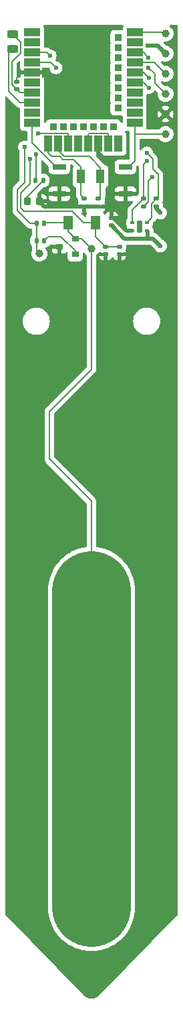
<source format=gbr>
G04 #@! TF.GenerationSoftware,KiCad,Pcbnew,7.0.9*
G04 #@! TF.CreationDate,2024-02-10T14:11:46+01:00*
G04 #@! TF.ProjectId,parasite,70617261-7369-4746-952e-6b696361645f,2.0.0*
G04 #@! TF.SameCoordinates,Original*
G04 #@! TF.FileFunction,Copper,L1,Top*
G04 #@! TF.FilePolarity,Positive*
%FSLAX46Y46*%
G04 Gerber Fmt 4.6, Leading zero omitted, Abs format (unit mm)*
G04 Created by KiCad (PCBNEW 7.0.9) date 2024-02-10 14:11:46*
%MOMM*%
%LPD*%
G01*
G04 APERTURE LIST*
G04 Aperture macros list*
%AMRoundRect*
0 Rectangle with rounded corners*
0 $1 Rounding radius*
0 $2 $3 $4 $5 $6 $7 $8 $9 X,Y pos of 4 corners*
0 Add a 4 corners polygon primitive as box body*
4,1,4,$2,$3,$4,$5,$6,$7,$8,$9,$2,$3,0*
0 Add four circle primitives for the rounded corners*
1,1,$1+$1,$2,$3*
1,1,$1+$1,$4,$5*
1,1,$1+$1,$6,$7*
1,1,$1+$1,$8,$9*
0 Add four rect primitives between the rounded corners*
20,1,$1+$1,$2,$3,$4,$5,0*
20,1,$1+$1,$4,$5,$6,$7,0*
20,1,$1+$1,$6,$7,$8,$9,0*
20,1,$1+$1,$8,$9,$2,$3,0*%
G04 Aperture macros list end*
G04 #@! TA.AperFunction,SMDPad,CuDef*
%ADD10RoundRect,0.243750X0.456250X-0.243750X0.456250X0.243750X-0.456250X0.243750X-0.456250X-0.243750X0*%
G04 #@! TD*
G04 #@! TA.AperFunction,SMDPad,CuDef*
%ADD11R,2.000000X1.000000*%
G04 #@! TD*
G04 #@! TA.AperFunction,SMDPad,CuDef*
%ADD12R,1.000000X2.000000*%
G04 #@! TD*
G04 #@! TA.AperFunction,SMDPad,CuDef*
%ADD13R,0.900000X0.900000*%
G04 #@! TD*
G04 #@! TA.AperFunction,SMDPad,CuDef*
%ADD14RoundRect,0.147500X-0.172500X0.147500X-0.172500X-0.147500X0.172500X-0.147500X0.172500X0.147500X0*%
G04 #@! TD*
G04 #@! TA.AperFunction,SMDPad,CuDef*
%ADD15RoundRect,0.147500X0.147500X0.172500X-0.147500X0.172500X-0.147500X-0.172500X0.147500X-0.172500X0*%
G04 #@! TD*
G04 #@! TA.AperFunction,SMDPad,CuDef*
%ADD16R,0.900000X0.800000*%
G04 #@! TD*
G04 #@! TA.AperFunction,SMDPad,CuDef*
%ADD17RoundRect,0.147500X-0.147500X-0.172500X0.147500X-0.172500X0.147500X0.172500X-0.147500X0.172500X0*%
G04 #@! TD*
G04 #@! TA.AperFunction,SMDPad,CuDef*
%ADD18C,1.000000*%
G04 #@! TD*
G04 #@! TA.AperFunction,SMDPad,CuDef*
%ADD19RoundRect,0.147500X0.172500X-0.147500X0.172500X0.147500X-0.172500X0.147500X-0.172500X-0.147500X0*%
G04 #@! TD*
G04 #@! TA.AperFunction,SMDPad,CuDef*
%ADD20R,1.000000X1.800000*%
G04 #@! TD*
G04 #@! TA.AperFunction,SMDPad,CuDef*
%ADD21RoundRect,0.218750X0.218750X0.256250X-0.218750X0.256250X-0.218750X-0.256250X0.218750X-0.256250X0*%
G04 #@! TD*
G04 #@! TA.AperFunction,SMDPad,CuDef*
%ADD22RoundRect,0.087500X0.187500X0.087500X-0.187500X0.087500X-0.187500X-0.087500X0.187500X-0.087500X0*%
G04 #@! TD*
G04 #@! TA.AperFunction,SMDPad,CuDef*
%ADD23RoundRect,0.175000X0.175000X0.625000X-0.175000X0.625000X-0.175000X-0.625000X0.175000X-0.625000X0*%
G04 #@! TD*
G04 #@! TA.AperFunction,SMDPad,CuDef*
%ADD24R,1.300000X1.700000*%
G04 #@! TD*
G04 #@! TA.AperFunction,SMDPad,CuDef*
%ADD25R,1.700000X0.800000*%
G04 #@! TD*
G04 #@! TA.AperFunction,ViaPad*
%ADD26C,0.600000*%
G04 #@! TD*
G04 #@! TA.AperFunction,Conductor*
%ADD27C,0.500000*%
G04 #@! TD*
G04 #@! TA.AperFunction,Conductor*
%ADD28C,0.200000*%
G04 #@! TD*
G04 #@! TA.AperFunction,Conductor*
%ADD29C,10.000000*%
G04 #@! TD*
G04 APERTURE END LIST*
D10*
X58000000Y-33613500D03*
X58000000Y-31738500D03*
D11*
X60468000Y-31542550D03*
X60468000Y-32812550D03*
X60468000Y-34082550D03*
X60468000Y-35352550D03*
X60468000Y-36622550D03*
X60468000Y-37892550D03*
X60468000Y-39162550D03*
X60468000Y-40432550D03*
X60468000Y-41702550D03*
X60468000Y-42972550D03*
D12*
X62528000Y-45572550D03*
D13*
X63158000Y-43472550D03*
D12*
X63798000Y-45572550D03*
D13*
X64428000Y-43472550D03*
D12*
X65068000Y-45572550D03*
D13*
X65698000Y-43472550D03*
D12*
X66338000Y-45572550D03*
D13*
X66968000Y-43472550D03*
D12*
X67608000Y-45572550D03*
D13*
X68238000Y-43472550D03*
D12*
X68878000Y-45572550D03*
D13*
X69508000Y-43472550D03*
D12*
X70148000Y-45572550D03*
D13*
X70778000Y-43472550D03*
D12*
X71418000Y-45572550D03*
D11*
X73468000Y-42972550D03*
X73468000Y-41702550D03*
D13*
X71368000Y-41067550D03*
D11*
X73468000Y-40432550D03*
D13*
X71368000Y-39797550D03*
D11*
X73468000Y-39162550D03*
D13*
X71368000Y-38527550D03*
D11*
X73468000Y-37892550D03*
D13*
X71368000Y-37257550D03*
D11*
X73468000Y-36622550D03*
D13*
X71368000Y-35987550D03*
D11*
X73468000Y-35352550D03*
D13*
X71368000Y-34717550D03*
D11*
X73468000Y-34082550D03*
D13*
X71368000Y-33447550D03*
D11*
X73468000Y-32812550D03*
D13*
X71368000Y-32177550D03*
D11*
X73468000Y-31542550D03*
D14*
X69762000Y-58584000D03*
X69762000Y-59554000D03*
X71540000Y-58584000D03*
X71540000Y-59554000D03*
D15*
X62015000Y-57822000D03*
X61045000Y-57822000D03*
D16*
X65936000Y-59518000D03*
X65936000Y-57618000D03*
X63936000Y-58568000D03*
D17*
X61045000Y-55663000D03*
X62015000Y-55663000D03*
D18*
X77382000Y-36750000D03*
X77382000Y-39290000D03*
X67984000Y-58838000D03*
X61380000Y-59473000D03*
D15*
X61865000Y-50202000D03*
X60895000Y-50202000D03*
D19*
X70524000Y-55917000D03*
X70524000Y-54947000D03*
D20*
X69138500Y-49694000D03*
X66638500Y-49694000D03*
D21*
X61405500Y-52869000D03*
X59830500Y-52869000D03*
D14*
X68884500Y-52534000D03*
X68884500Y-53504000D03*
D19*
X67106500Y-53481000D03*
X67106500Y-52511000D03*
D14*
X74588000Y-52534000D03*
X74588000Y-53504000D03*
D19*
X76239000Y-53504000D03*
X76239000Y-52534000D03*
D22*
X75005000Y-56544000D03*
X75005000Y-55544000D03*
X73155000Y-55544000D03*
X73155000Y-56544000D03*
D23*
X74080000Y-56044000D03*
D24*
X68492000Y-55536000D03*
X64992000Y-55536000D03*
D18*
X77382000Y-44370000D03*
D14*
X58500000Y-37765000D03*
X58500000Y-38735000D03*
D18*
X77382000Y-34210000D03*
D25*
X72302000Y-48502000D03*
X72302000Y-51902000D03*
X63920000Y-48502000D03*
X63920000Y-51902000D03*
D18*
X77382000Y-31670000D03*
X77362000Y-41830000D03*
D26*
X74750000Y-45250000D03*
X75500000Y-45750000D03*
X75500000Y-40000000D03*
X75500000Y-41000000D03*
X75500000Y-42000000D03*
X75500000Y-43000000D03*
X62000000Y-37000000D03*
X58750000Y-37000000D03*
X61250000Y-44250000D03*
X62000000Y-36250000D03*
X74969000Y-63918000D03*
X75731000Y-63918000D03*
X60618000Y-64172000D03*
X58078000Y-42201000D03*
X77255000Y-63918000D03*
X64682000Y-32168000D03*
X62269000Y-51472000D03*
X58078000Y-43979000D03*
X70397000Y-51726000D03*
X58750000Y-36250000D03*
X69254000Y-38899000D03*
X76493000Y-63918000D03*
X58078000Y-41312000D03*
X59856000Y-64172000D03*
X70397000Y-48678000D03*
X61380000Y-64172000D03*
X67857000Y-32168000D03*
X68873000Y-32168000D03*
X66714000Y-32168000D03*
X70397000Y-50202000D03*
X65698000Y-32168000D03*
X69254000Y-37375000D03*
X62142000Y-64172000D03*
X70397000Y-49440000D03*
X69762000Y-32168000D03*
X70397000Y-50964000D03*
X58078000Y-43090000D03*
X69254000Y-38137000D03*
X60237000Y-47535000D03*
X62750000Y-34500000D03*
X67603000Y-45630000D03*
X75096000Y-33184000D03*
X67603000Y-44995000D03*
X75701089Y-49798911D03*
X76750000Y-58500000D03*
X70148000Y-44995000D03*
X70143000Y-45630000D03*
X76750000Y-54300000D03*
X59500000Y-46000000D03*
X60999000Y-46900000D03*
X63500000Y-36000000D03*
X75000000Y-47750000D03*
X75250000Y-37250000D03*
X75250000Y-38500000D03*
X75000000Y-46750000D03*
X75223000Y-36000000D03*
X75223000Y-34708000D03*
D27*
X76750000Y-54300000D02*
X76239000Y-53789000D01*
X76239000Y-53789000D02*
X76239000Y-53504000D01*
X75818000Y-57568000D02*
X75096000Y-57568000D01*
X76750000Y-58500000D02*
X75818000Y-57568000D01*
D28*
X76458000Y-49458000D02*
X76458000Y-52315000D01*
X75750000Y-48750000D02*
X76458000Y-49458000D01*
X75750000Y-47500000D02*
X75750000Y-48750000D01*
X76458000Y-52315000D02*
X76239000Y-52534000D01*
X75000000Y-46750000D02*
X75750000Y-47500000D01*
X75207520Y-52884480D02*
X74588000Y-53504000D01*
X75207520Y-50292480D02*
X75207520Y-52884480D01*
X75701089Y-49798911D02*
X75207520Y-50292480D01*
D27*
X62017500Y-53481000D02*
X61405500Y-52869000D01*
X63920000Y-53481000D02*
X62017500Y-53481000D01*
D28*
X61045000Y-59138000D02*
X61045000Y-57822000D01*
X61380000Y-59473000D02*
X61045000Y-59138000D01*
X65936000Y-59118000D02*
X64132000Y-57314000D01*
X64132000Y-57314000D02*
X62523000Y-57314000D01*
X62523000Y-57314000D02*
X62015000Y-57822000D01*
X65936000Y-59518000D02*
X65936000Y-59118000D01*
X74588000Y-48162000D02*
X74588000Y-52534000D01*
X75000000Y-47750000D02*
X74588000Y-48162000D01*
D27*
X72175000Y-57568000D02*
X75096000Y-57568000D01*
X70524000Y-55917000D02*
X72175000Y-57568000D01*
D28*
X72748000Y-48502000D02*
X73468000Y-47782000D01*
X72302000Y-48502000D02*
X72748000Y-48502000D01*
X73468000Y-44250000D02*
X73468000Y-47782000D01*
X58586000Y-54012000D02*
X60237000Y-55663000D01*
X58586000Y-51370000D02*
X58586000Y-54012000D01*
X59500000Y-50456000D02*
X58586000Y-51370000D01*
X60237000Y-55663000D02*
X61045000Y-55663000D01*
X59500000Y-46000000D02*
X59500000Y-50456000D01*
X57880000Y-35209232D02*
X57880000Y-38115000D01*
X59000000Y-34089232D02*
X57880000Y-35209232D01*
X59000000Y-32738500D02*
X59000000Y-34089232D01*
X58000000Y-31738500D02*
X59000000Y-32738500D01*
X57480000Y-34133500D02*
X58000000Y-33613500D01*
X57480000Y-38980000D02*
X57480000Y-34133500D01*
X77254550Y-31542550D02*
X77382000Y-31670000D01*
X73468000Y-31542550D02*
X77254550Y-31542550D01*
D27*
X76366000Y-33194000D02*
X77382000Y-34210000D01*
X76366000Y-33184000D02*
X76366000Y-33194000D01*
D28*
X75984550Y-35352550D02*
X73468000Y-35352550D01*
X77382000Y-36750000D02*
X75984550Y-35352550D01*
X76000000Y-37908000D02*
X77382000Y-39290000D01*
X76000000Y-36777000D02*
X76000000Y-37908000D01*
X75223000Y-36000000D02*
X76000000Y-36777000D01*
X74642550Y-37892550D02*
X75250000Y-38500000D01*
X73468000Y-37892550D02*
X74642550Y-37892550D01*
X74622550Y-36622550D02*
X75250000Y-37250000D01*
X73468000Y-36622550D02*
X74622550Y-36622550D01*
X77382000Y-44370000D02*
X73588000Y-44370000D01*
X73588000Y-44370000D02*
X73468000Y-44250000D01*
X73468000Y-44250000D02*
X73468000Y-42972550D01*
X58500000Y-37250000D02*
X58750000Y-37000000D01*
X58500000Y-37765000D02*
X58500000Y-37250000D01*
X58932550Y-40432550D02*
X57480000Y-38980000D01*
X60468000Y-40432550D02*
X58932550Y-40432550D01*
X63500000Y-36000000D02*
X62852550Y-35352550D01*
X62852550Y-35352550D02*
X60468000Y-35352550D01*
X58500000Y-38735000D02*
X58927550Y-39162550D01*
X58927550Y-39162550D02*
X60468000Y-39162550D01*
X57880000Y-38115000D02*
X58500000Y-38735000D01*
X65068000Y-44372550D02*
X65068000Y-45572550D01*
X64945450Y-44250000D02*
X65068000Y-44372550D01*
X61250000Y-44250000D02*
X64945450Y-44250000D01*
X62332550Y-34082550D02*
X60468000Y-34082550D01*
X62750000Y-34500000D02*
X62332550Y-34082550D01*
D27*
X70397000Y-48220572D02*
X70397000Y-48678000D01*
X73155000Y-56544000D02*
X72421000Y-56544000D01*
X63920000Y-51902000D02*
X63920000Y-53481000D01*
X67106500Y-53481000D02*
X68861500Y-53481000D01*
X72421000Y-56544000D02*
X70905000Y-55028000D01*
X68878000Y-45572550D02*
X68878000Y-46701572D01*
X63920000Y-53481000D02*
X67106500Y-53481000D01*
X68878000Y-46701572D02*
X70397000Y-48220572D01*
D28*
X68492000Y-57314000D02*
X69762000Y-58584000D01*
X60202000Y-47570000D02*
X60237000Y-47535000D01*
X68492000Y-55536000D02*
X66968000Y-55536000D01*
X65530520Y-54098520D02*
X59434520Y-54098520D01*
X68492000Y-55536000D02*
X68492000Y-57314000D01*
X58986000Y-53650000D02*
X58986000Y-51834000D01*
X58986000Y-51834000D02*
X60202000Y-50618000D01*
X60237000Y-47535000D02*
X60364000Y-47662000D01*
X66968000Y-55536000D02*
X65530520Y-54098520D01*
X60202000Y-50618000D02*
X60202000Y-47570000D01*
X69762000Y-58584000D02*
X71286000Y-58584000D01*
X59434520Y-54098520D02*
X58986000Y-53650000D01*
X65698000Y-47554000D02*
X66638500Y-48494500D01*
X63983764Y-47154000D02*
X64383765Y-47554000D01*
X64383765Y-47554000D02*
X65698000Y-47554000D01*
X62528000Y-46772550D02*
X62909450Y-47154000D01*
X62528000Y-45572550D02*
X62528000Y-46772550D01*
X66638500Y-52043000D02*
X67106500Y-52511000D01*
X66638500Y-48494500D02*
X66638500Y-49694000D01*
X66638500Y-49694000D02*
X66638500Y-52043000D01*
X62909450Y-47154000D02*
X63983764Y-47154000D01*
X64549450Y-47154000D02*
X67709685Y-47154000D01*
X63798000Y-45572550D02*
X63798000Y-46402550D01*
X69138500Y-49694000D02*
X69138500Y-52280000D01*
X69138500Y-48582815D02*
X69138500Y-49694000D01*
X68884500Y-52534000D02*
X69138500Y-52280000D01*
X67709685Y-47154000D02*
X69138500Y-48582815D01*
X63798000Y-46402550D02*
X64549450Y-47154000D01*
X59830500Y-52869000D02*
X59830500Y-52236500D01*
X59830500Y-52236500D02*
X61865000Y-50202000D01*
D27*
X75096000Y-57568000D02*
X75096000Y-56635000D01*
D28*
X67603000Y-44377550D02*
X67603000Y-44995000D01*
X70148000Y-44372550D02*
X70048489Y-44273039D01*
X70148000Y-45572550D02*
X70148000Y-44372550D01*
X70048489Y-44273039D02*
X67707511Y-44273039D01*
X67707511Y-44273039D02*
X67603000Y-44377550D01*
D27*
X75096000Y-33184000D02*
X76366000Y-33184000D01*
D28*
X64992000Y-56674000D02*
X65936000Y-57618000D01*
X62650000Y-85381000D02*
X67984000Y-90715000D01*
X67984000Y-101984000D02*
X68000000Y-102000000D01*
D29*
X68000000Y-102000000D02*
X68000000Y-142000000D01*
D28*
X67984000Y-58838000D02*
X67984000Y-74078000D01*
X62015000Y-55663000D02*
X62142000Y-55536000D01*
X67984000Y-90715000D02*
X67984000Y-101984000D01*
X62142000Y-55536000D02*
X64992000Y-55536000D01*
X64992000Y-55536000D02*
X64992000Y-56674000D01*
X62650000Y-79412000D02*
X62650000Y-85381000D01*
X66764000Y-57618000D02*
X67984000Y-58838000D01*
X67984000Y-74078000D02*
X62650000Y-79412000D01*
X65936000Y-57618000D02*
X66764000Y-57618000D01*
X61045000Y-57822000D02*
X61045000Y-55663000D01*
X61022000Y-46923000D02*
X60999000Y-46900000D01*
X60999000Y-46900000D02*
X60999000Y-50098000D01*
X60999000Y-50098000D02*
X60895000Y-50202000D01*
X73155000Y-53967000D02*
X73155000Y-55544000D01*
X74588000Y-52534000D02*
X73155000Y-53967000D01*
X75619480Y-53153520D02*
X75619480Y-54929520D01*
X76239000Y-52534000D02*
X75619480Y-53153520D01*
X75619480Y-54929520D02*
X75005000Y-55544000D01*
X63470000Y-48502000D02*
X60468000Y-45500000D01*
X63920000Y-48502000D02*
X63470000Y-48502000D01*
X60468000Y-45500000D02*
X60468000Y-42972550D01*
X74597550Y-34082550D02*
X73468000Y-34082550D01*
X75223000Y-34708000D02*
X74597550Y-34082550D01*
G04 #@! TA.AperFunction,Conductor*
G36*
X78891621Y-30620002D02*
G01*
X78938114Y-30673658D01*
X78949500Y-30726000D01*
X78949500Y-142826412D01*
X78929498Y-142894533D01*
X78913689Y-142914401D01*
X69067176Y-153007076D01*
X69046253Y-153024340D01*
X69045088Y-153025106D01*
X69045077Y-153025116D01*
X69026513Y-153048321D01*
X69022415Y-153052956D01*
X69015462Y-153060083D01*
X69011796Y-153064612D01*
X69011697Y-153064532D01*
X69003465Y-153074875D01*
X68877210Y-153208727D01*
X68861973Y-153222449D01*
X68710090Y-153338315D01*
X68692835Y-153349380D01*
X68524160Y-153439081D01*
X68505336Y-153447202D01*
X68324357Y-153508351D01*
X68304462Y-153513312D01*
X68115953Y-153544299D01*
X68095515Y-153545968D01*
X67904487Y-153545968D01*
X67884050Y-153544299D01*
X67695539Y-153513312D01*
X67675643Y-153508351D01*
X67494668Y-153447203D01*
X67475841Y-153439081D01*
X67307175Y-153349386D01*
X67289913Y-153338317D01*
X67138023Y-153222447D01*
X67122787Y-153208725D01*
X67100656Y-153185263D01*
X67017898Y-153097525D01*
X67004728Y-153080976D01*
X67004320Y-153080365D01*
X67004319Y-153080361D01*
X67004315Y-153080357D01*
X67004314Y-153080355D01*
X66984535Y-153060083D01*
X66977582Y-153052956D01*
X66973490Y-153048326D01*
X66954918Y-153025111D01*
X66953759Y-153024349D01*
X66932818Y-153007073D01*
X57086311Y-142914402D01*
X57053058Y-142851674D01*
X57050500Y-142826413D01*
X57050500Y-68000000D01*
X59280478Y-68000000D01*
X59299684Y-68256283D01*
X59356872Y-68506839D01*
X59356873Y-68506842D01*
X59450762Y-68746070D01*
X59579261Y-68968637D01*
X59579263Y-68968640D01*
X59579264Y-68968641D01*
X59659382Y-69069106D01*
X59739504Y-69169576D01*
X59878448Y-69298495D01*
X59927896Y-69344376D01*
X60140239Y-69489150D01*
X60273728Y-69553435D01*
X60371783Y-69600656D01*
X60371796Y-69600661D01*
X60617359Y-69676407D01*
X60617361Y-69676407D01*
X60617370Y-69676410D01*
X60871500Y-69714714D01*
X60871504Y-69714714D01*
X61128496Y-69714714D01*
X61128500Y-69714714D01*
X61382630Y-69676410D01*
X61382640Y-69676407D01*
X61628203Y-69600661D01*
X61628205Y-69600659D01*
X61628212Y-69600658D01*
X61859761Y-69489150D01*
X62072104Y-69344376D01*
X62260499Y-69169572D01*
X62420736Y-68968641D01*
X62549236Y-68746073D01*
X62643128Y-68506838D01*
X62700316Y-68256281D01*
X62719522Y-68000000D01*
X62700316Y-67743719D01*
X62643128Y-67493162D01*
X62549236Y-67253927D01*
X62420736Y-67031359D01*
X62260499Y-66830428D01*
X62260498Y-66830427D01*
X62260495Y-66830423D01*
X62072109Y-66655629D01*
X62072103Y-66655623D01*
X62001323Y-66607366D01*
X61859763Y-66510851D01*
X61628216Y-66399343D01*
X61628203Y-66399338D01*
X61382640Y-66323592D01*
X61382632Y-66323590D01*
X61382630Y-66323590D01*
X61128500Y-66285286D01*
X60871500Y-66285286D01*
X60617370Y-66323590D01*
X60617368Y-66323590D01*
X60617359Y-66323592D01*
X60371796Y-66399338D01*
X60371783Y-66399343D01*
X60140236Y-66510851D01*
X60140236Y-66510852D01*
X59927896Y-66655623D01*
X59927890Y-66655629D01*
X59739504Y-66830423D01*
X59579261Y-67031362D01*
X59450762Y-67253929D01*
X59356873Y-67493157D01*
X59356872Y-67493160D01*
X59299684Y-67743716D01*
X59280478Y-68000000D01*
X57050500Y-68000000D01*
X57050500Y-39715238D01*
X57070502Y-39647117D01*
X57124158Y-39600624D01*
X57194432Y-39590520D01*
X57259012Y-39620014D01*
X57265582Y-39626131D01*
X58471154Y-40831702D01*
X58476587Y-40837897D01*
X58498564Y-40866538D01*
X58530479Y-40891027D01*
X58625670Y-40964072D01*
X58625673Y-40964073D01*
X58625674Y-40964074D01*
X58773699Y-41025388D01*
X58783396Y-41026664D01*
X58793092Y-41027941D01*
X58802895Y-41029231D01*
X58849946Y-41035425D01*
X58914872Y-41064146D01*
X58953965Y-41123411D01*
X58959500Y-41160347D01*
X58959500Y-42251199D01*
X58966853Y-42319588D01*
X58965265Y-42319758D01*
X58965265Y-42355341D01*
X58966853Y-42355512D01*
X58959500Y-42423900D01*
X58959500Y-43521199D01*
X58966009Y-43581746D01*
X58966011Y-43581754D01*
X59017110Y-43718752D01*
X59017112Y-43718757D01*
X59104738Y-43835811D01*
X59221792Y-43923437D01*
X59221794Y-43923438D01*
X59221796Y-43923439D01*
X59280875Y-43945474D01*
X59358795Y-43974538D01*
X59358803Y-43974540D01*
X59419350Y-43981049D01*
X59419355Y-43981049D01*
X59419362Y-43981050D01*
X59733500Y-43981050D01*
X59801621Y-44001052D01*
X59848114Y-44054708D01*
X59859500Y-44107050D01*
X59859500Y-45091646D01*
X59839498Y-45159767D01*
X59785842Y-45206260D01*
X59715568Y-45216364D01*
X59691888Y-45210576D01*
X59681050Y-45206784D01*
X59681049Y-45206783D01*
X59681047Y-45206783D01*
X59500000Y-45186384D01*
X59318953Y-45206783D01*
X59318950Y-45206783D01*
X59318949Y-45206784D01*
X59146984Y-45266957D01*
X59146981Y-45266958D01*
X58992720Y-45363887D01*
X58992718Y-45363888D01*
X58863888Y-45492718D01*
X58863887Y-45492720D01*
X58766958Y-45646981D01*
X58766957Y-45646984D01*
X58751573Y-45690951D01*
X58706783Y-45818953D01*
X58686384Y-46000000D01*
X58706783Y-46181047D01*
X58706783Y-46181049D01*
X58706784Y-46181050D01*
X58766957Y-46353015D01*
X58766958Y-46353018D01*
X58863883Y-46507273D01*
X58864001Y-46507421D01*
X58864047Y-46507534D01*
X58867653Y-46513273D01*
X58866648Y-46513904D01*
X58890844Y-46573148D01*
X58891500Y-46585993D01*
X58891500Y-50151759D01*
X58871498Y-50219880D01*
X58854595Y-50240855D01*
X58186848Y-50908601D01*
X58180647Y-50914039D01*
X58152013Y-50936012D01*
X58126460Y-50969311D01*
X58126440Y-50969339D01*
X58054332Y-51063312D01*
X58053685Y-51065031D01*
X57993162Y-51211149D01*
X57993162Y-51211150D01*
X57977500Y-51330115D01*
X57977500Y-51330120D01*
X57977500Y-51330121D01*
X57972250Y-51369999D01*
X57972250Y-51370000D01*
X57976960Y-51405779D01*
X57977500Y-51414011D01*
X57977500Y-53967988D01*
X57976960Y-53976219D01*
X57972250Y-54012000D01*
X57977500Y-54051879D01*
X57977500Y-54051885D01*
X57987548Y-54128207D01*
X57989834Y-54145573D01*
X57993161Y-54170849D01*
X58054475Y-54318874D01*
X58054480Y-54318882D01*
X58057440Y-54322739D01*
X58127523Y-54414072D01*
X58127525Y-54414074D01*
X58151378Y-54445160D01*
X58152014Y-54445988D01*
X58180651Y-54467962D01*
X58186844Y-54473393D01*
X59775605Y-56062154D01*
X59781037Y-56068348D01*
X59803012Y-56096986D01*
X59832836Y-56119871D01*
X59832873Y-56119901D01*
X59895475Y-56167937D01*
X59930124Y-56194524D01*
X60078149Y-56255838D01*
X60154426Y-56265880D01*
X60236999Y-56276751D01*
X60237000Y-56276751D01*
X60237001Y-56276751D01*
X60272789Y-56272040D01*
X60281020Y-56271500D01*
X60310500Y-56271500D01*
X60378621Y-56291502D01*
X60425114Y-56345158D01*
X60436500Y-56397500D01*
X60436500Y-57130584D01*
X60416498Y-57198705D01*
X60399595Y-57219679D01*
X60375042Y-57244231D01*
X60375036Y-57244238D01*
X60290669Y-57386895D01*
X60244428Y-57546057D01*
X60244426Y-57546069D01*
X60241500Y-57583250D01*
X60241501Y-58060748D01*
X60244426Y-58097935D01*
X60290669Y-58257104D01*
X60375036Y-58399761D01*
X60375037Y-58399761D01*
X60375038Y-58399763D01*
X60399595Y-58424320D01*
X60433620Y-58486630D01*
X60436500Y-58513415D01*
X60436500Y-59094003D01*
X60435956Y-59102244D01*
X60435473Y-59105916D01*
X60435278Y-59107395D01*
X60430941Y-59127446D01*
X60386090Y-59275304D01*
X60366620Y-59472996D01*
X60366620Y-59473003D01*
X60386090Y-59670694D01*
X60386091Y-59670700D01*
X60386092Y-59670701D01*
X60443759Y-59860804D01*
X60537405Y-60036004D01*
X60663432Y-60189568D01*
X60816996Y-60315595D01*
X60992196Y-60409241D01*
X61182299Y-60466908D01*
X61182303Y-60466908D01*
X61182305Y-60466909D01*
X61379997Y-60486380D01*
X61380000Y-60486380D01*
X61380003Y-60486380D01*
X61577694Y-60466909D01*
X61577695Y-60466908D01*
X61577701Y-60466908D01*
X61767804Y-60409241D01*
X61943004Y-60315595D01*
X62096568Y-60189568D01*
X62222595Y-60036004D01*
X62316241Y-59860804D01*
X62373908Y-59670701D01*
X62393380Y-59473000D01*
X62393035Y-59469494D01*
X62373909Y-59275305D01*
X62373908Y-59275303D01*
X62373908Y-59275299D01*
X62316241Y-59085196D01*
X62222595Y-58909996D01*
X62176068Y-58853302D01*
X62162773Y-58822000D01*
X62978000Y-58822000D01*
X62978000Y-59016597D01*
X62984505Y-59077093D01*
X63035555Y-59213964D01*
X63035555Y-59213965D01*
X63123095Y-59330904D01*
X63240034Y-59418444D01*
X63376906Y-59469494D01*
X63437402Y-59475999D01*
X63437415Y-59476000D01*
X63682000Y-59476000D01*
X63682000Y-58822000D01*
X62978000Y-58822000D01*
X62162773Y-58822000D01*
X62148314Y-58787958D01*
X62160295Y-58717979D01*
X62208207Y-58665587D01*
X62259652Y-58649024D01*
X62259599Y-58648731D01*
X62261826Y-58648324D01*
X62263584Y-58647758D01*
X62265937Y-58647573D01*
X62425100Y-58601332D01*
X62425102Y-58601330D01*
X62425104Y-58601330D01*
X62551635Y-58526500D01*
X62567763Y-58516962D01*
X62684962Y-58399763D01*
X62743547Y-58300699D01*
X62795439Y-58252248D01*
X62865290Y-58239543D01*
X62930921Y-58266618D01*
X62939399Y-58278791D01*
X62941095Y-58277096D01*
X62977999Y-58314000D01*
X64064000Y-58314000D01*
X64132121Y-58334002D01*
X64178614Y-58387658D01*
X64190000Y-58440000D01*
X64190000Y-59476000D01*
X64434585Y-59476000D01*
X64434597Y-59475999D01*
X64495093Y-59469494D01*
X64631964Y-59418444D01*
X64631965Y-59418444D01*
X64748903Y-59330904D01*
X64750631Y-59328597D01*
X64752941Y-59326867D01*
X64755277Y-59324532D01*
X64755612Y-59324867D01*
X64807467Y-59286050D01*
X64878283Y-59280984D01*
X64940595Y-59315009D01*
X64974620Y-59377321D01*
X64977500Y-59404105D01*
X64977500Y-59966649D01*
X64984009Y-60027196D01*
X64984011Y-60027204D01*
X65035110Y-60164202D01*
X65035112Y-60164207D01*
X65122738Y-60281261D01*
X65239792Y-60368887D01*
X65239794Y-60368888D01*
X65239796Y-60368889D01*
X65298875Y-60390924D01*
X65376795Y-60419988D01*
X65376803Y-60419990D01*
X65437350Y-60426499D01*
X65437355Y-60426499D01*
X65437362Y-60426500D01*
X65437368Y-60426500D01*
X66434632Y-60426500D01*
X66434638Y-60426500D01*
X66434645Y-60426499D01*
X66434649Y-60426499D01*
X66495196Y-60419990D01*
X66495199Y-60419989D01*
X66495201Y-60419989D01*
X66632204Y-60368889D01*
X66649696Y-60355795D01*
X66749261Y-60281261D01*
X66836887Y-60164207D01*
X66836887Y-60164206D01*
X66836889Y-60164204D01*
X66887989Y-60027201D01*
X66894500Y-59966638D01*
X66894500Y-59442097D01*
X66914502Y-59373976D01*
X66968158Y-59327483D01*
X67038432Y-59317379D01*
X67103012Y-59346873D01*
X67131621Y-59382700D01*
X67141405Y-59401004D01*
X67267432Y-59554568D01*
X67329435Y-59605453D01*
X67369402Y-59664126D01*
X67375500Y-59702849D01*
X67375500Y-73773760D01*
X67355498Y-73841881D01*
X67338595Y-73862855D01*
X62250852Y-78950598D01*
X62244651Y-78956036D01*
X62216011Y-78978014D01*
X62190460Y-79011311D01*
X62190440Y-79011339D01*
X62118332Y-79105312D01*
X62117685Y-79107031D01*
X62057162Y-79253149D01*
X62057162Y-79253150D01*
X62041500Y-79372115D01*
X62041500Y-79372120D01*
X62041500Y-79372121D01*
X62036250Y-79411999D01*
X62036250Y-79412000D01*
X62040960Y-79447779D01*
X62041500Y-79456011D01*
X62041500Y-85336988D01*
X62040960Y-85345219D01*
X62036250Y-85380998D01*
X62036250Y-85381002D01*
X62041255Y-85419020D01*
X62041257Y-85419041D01*
X62054608Y-85520455D01*
X62057162Y-85539851D01*
X62118475Y-85687874D01*
X62118480Y-85687882D01*
X62191525Y-85783074D01*
X62216014Y-85814988D01*
X62244651Y-85836962D01*
X62250844Y-85842393D01*
X66662048Y-90253597D01*
X67338595Y-90930144D01*
X67372621Y-90992456D01*
X67375500Y-91019239D01*
X67375500Y-96411955D01*
X67355498Y-96480076D01*
X67301842Y-96526569D01*
X67270794Y-96536143D01*
X66838436Y-96610278D01*
X66838430Y-96610279D01*
X66838427Y-96610280D01*
X66473713Y-96705244D01*
X66385523Y-96728207D01*
X66116005Y-96823435D01*
X65944268Y-96884114D01*
X65517816Y-97076882D01*
X65161872Y-97275723D01*
X65109247Y-97305122D01*
X64721509Y-97567188D01*
X64357394Y-97861189D01*
X64357391Y-97861192D01*
X64223453Y-97989560D01*
X64019526Y-98185008D01*
X63710327Y-98536326D01*
X63710325Y-98536329D01*
X63452629Y-98884757D01*
X63432036Y-98912601D01*
X63432037Y-98912601D01*
X63186667Y-99311107D01*
X62975969Y-99729000D01*
X62801473Y-100163249D01*
X62801473Y-100163250D01*
X62664435Y-100610727D01*
X62565838Y-101068217D01*
X62506394Y-101532428D01*
X62491500Y-101883047D01*
X62491500Y-142116953D01*
X62506394Y-142467572D01*
X62565838Y-142931783D01*
X62664435Y-143389273D01*
X62801473Y-143836750D01*
X62801473Y-143836751D01*
X62975969Y-144271000D01*
X63186667Y-144688893D01*
X63432037Y-145087399D01*
X63432036Y-145087399D01*
X63432039Y-145087403D01*
X63710325Y-145463671D01*
X63710327Y-145463673D01*
X63710327Y-145463674D01*
X64019526Y-145814992D01*
X64223453Y-146010439D01*
X64357391Y-146138808D01*
X64357394Y-146138810D01*
X64357394Y-146138811D01*
X64721509Y-146432812D01*
X65109247Y-146694878D01*
X65109249Y-146694879D01*
X65517816Y-146923118D01*
X65944268Y-147115886D01*
X66116005Y-147176564D01*
X66385523Y-147271793D01*
X66385531Y-147271795D01*
X66838427Y-147389720D01*
X66838430Y-147389720D01*
X66838436Y-147389722D01*
X67189912Y-147449987D01*
X67299691Y-147468811D01*
X67766002Y-147508500D01*
X68233998Y-147508500D01*
X68700309Y-147468811D01*
X68810087Y-147449987D01*
X69161564Y-147389722D01*
X69161569Y-147389720D01*
X69161573Y-147389720D01*
X69614469Y-147271795D01*
X69614468Y-147271795D01*
X69614477Y-147271793D01*
X69883994Y-147176564D01*
X70055732Y-147115886D01*
X70482184Y-146923118D01*
X70890751Y-146694879D01*
X70890749Y-146694879D01*
X70890753Y-146694878D01*
X71278491Y-146432812D01*
X71642606Y-146138811D01*
X71642606Y-146138810D01*
X71642609Y-146138808D01*
X71776546Y-146010439D01*
X71980474Y-145814992D01*
X72289673Y-145463674D01*
X72289673Y-145463673D01*
X72289675Y-145463671D01*
X72567961Y-145087403D01*
X72567960Y-145087403D01*
X72567964Y-145087399D01*
X72567963Y-145087399D01*
X72813333Y-144688893D01*
X73024031Y-144271000D01*
X73198527Y-143836751D01*
X73198527Y-143836750D01*
X73335565Y-143389273D01*
X73434162Y-142931783D01*
X73493606Y-142467572D01*
X73508500Y-142116953D01*
X73508500Y-101883047D01*
X73493606Y-101532428D01*
X73434162Y-101068217D01*
X73335565Y-100610727D01*
X73198527Y-100163250D01*
X73198527Y-100163249D01*
X73024031Y-99729000D01*
X72813333Y-99311107D01*
X72567963Y-98912601D01*
X72567964Y-98912601D01*
X72547370Y-98884757D01*
X72289675Y-98536329D01*
X72289673Y-98536326D01*
X71980474Y-98185008D01*
X71776546Y-97989560D01*
X71642609Y-97861192D01*
X71642606Y-97861189D01*
X71278491Y-97567188D01*
X70890753Y-97305122D01*
X70838127Y-97275723D01*
X70482184Y-97076882D01*
X70055732Y-96884114D01*
X69883994Y-96823435D01*
X69614477Y-96728207D01*
X69526286Y-96705244D01*
X69161573Y-96610280D01*
X69161569Y-96610279D01*
X69161564Y-96610278D01*
X68700266Y-96531181D01*
X68702410Y-96531457D01*
X68637401Y-96502920D01*
X68598141Y-96443766D01*
X68592500Y-96406489D01*
X68592500Y-90759011D01*
X68593040Y-90750779D01*
X68597750Y-90715000D01*
X68597750Y-90714999D01*
X68592500Y-90675121D01*
X68592500Y-90675120D01*
X68592500Y-90675115D01*
X68576838Y-90556150D01*
X68516312Y-90410027D01*
X68515665Y-90408307D01*
X68441163Y-90311216D01*
X68441154Y-90311205D01*
X68417988Y-90281013D01*
X68389346Y-90259035D01*
X68383153Y-90253604D01*
X63295405Y-85165856D01*
X63261379Y-85103544D01*
X63258500Y-85076761D01*
X63258500Y-79716238D01*
X63278502Y-79648117D01*
X63295400Y-79627148D01*
X68383160Y-74539387D01*
X68389341Y-74533966D01*
X68417987Y-74511987D01*
X68436163Y-74488298D01*
X68436170Y-74488291D01*
X68515519Y-74384882D01*
X68515524Y-74384876D01*
X68576838Y-74236851D01*
X68579391Y-74217456D01*
X68592500Y-74117885D01*
X68592500Y-74117879D01*
X68597750Y-74078000D01*
X68593040Y-74042219D01*
X68592500Y-74033988D01*
X68592500Y-68000000D01*
X73280478Y-68000000D01*
X73299684Y-68256283D01*
X73356872Y-68506839D01*
X73356873Y-68506842D01*
X73450762Y-68746070D01*
X73579261Y-68968637D01*
X73579263Y-68968640D01*
X73579264Y-68968641D01*
X73659382Y-69069106D01*
X73739504Y-69169576D01*
X73878448Y-69298495D01*
X73927896Y-69344376D01*
X74140239Y-69489150D01*
X74273728Y-69553435D01*
X74371783Y-69600656D01*
X74371796Y-69600661D01*
X74617359Y-69676407D01*
X74617361Y-69676407D01*
X74617370Y-69676410D01*
X74871500Y-69714714D01*
X74871504Y-69714714D01*
X75128496Y-69714714D01*
X75128500Y-69714714D01*
X75382630Y-69676410D01*
X75382640Y-69676407D01*
X75628203Y-69600661D01*
X75628205Y-69600659D01*
X75628212Y-69600658D01*
X75859761Y-69489150D01*
X76072104Y-69344376D01*
X76260499Y-69169572D01*
X76420736Y-68968641D01*
X76549236Y-68746073D01*
X76643128Y-68506838D01*
X76700316Y-68256281D01*
X76719522Y-68000000D01*
X76700316Y-67743719D01*
X76643128Y-67493162D01*
X76549236Y-67253927D01*
X76420736Y-67031359D01*
X76260499Y-66830428D01*
X76260498Y-66830427D01*
X76260495Y-66830423D01*
X76072109Y-66655629D01*
X76072103Y-66655623D01*
X76001323Y-66607366D01*
X75859763Y-66510851D01*
X75628216Y-66399343D01*
X75628203Y-66399338D01*
X75382640Y-66323592D01*
X75382632Y-66323590D01*
X75382630Y-66323590D01*
X75128500Y-66285286D01*
X74871500Y-66285286D01*
X74617370Y-66323590D01*
X74617368Y-66323590D01*
X74617359Y-66323592D01*
X74371796Y-66399338D01*
X74371783Y-66399343D01*
X74140236Y-66510851D01*
X74140236Y-66510852D01*
X73927896Y-66655623D01*
X73927890Y-66655629D01*
X73739504Y-66830423D01*
X73579261Y-67031362D01*
X73450762Y-67253929D01*
X73356873Y-67493157D01*
X73356872Y-67493160D01*
X73299684Y-67743716D01*
X73280478Y-68000000D01*
X68592500Y-68000000D01*
X68592500Y-59808000D01*
X68937837Y-59808000D01*
X68983131Y-59963902D01*
X69067436Y-60106453D01*
X69067439Y-60106457D01*
X69184542Y-60223560D01*
X69184546Y-60223563D01*
X69327098Y-60307869D01*
X69486143Y-60354076D01*
X69508000Y-60355795D01*
X69508000Y-59808000D01*
X68937837Y-59808000D01*
X68592500Y-59808000D01*
X68592500Y-59702849D01*
X68612502Y-59634728D01*
X68638560Y-59605455D01*
X68700568Y-59554568D01*
X68826595Y-59401004D01*
X68844982Y-59366603D01*
X68894734Y-59315956D01*
X68956104Y-59300000D01*
X69227614Y-59300000D01*
X69291753Y-59317547D01*
X69326895Y-59338330D01*
X69326898Y-59338330D01*
X69326900Y-59338332D01*
X69486063Y-59384573D01*
X69523253Y-59387500D01*
X69890000Y-59387499D01*
X69958120Y-59407501D01*
X70004613Y-59461156D01*
X70016000Y-59513499D01*
X70016000Y-60355794D01*
X70037860Y-60354075D01*
X70196901Y-60307869D01*
X70339453Y-60223563D01*
X70339457Y-60223560D01*
X70456560Y-60106457D01*
X70456565Y-60106450D01*
X70542547Y-59961065D01*
X70594440Y-59912612D01*
X70664290Y-59899907D01*
X70729921Y-59926983D01*
X70759453Y-59961065D01*
X70845434Y-60106450D01*
X70845439Y-60106457D01*
X70962542Y-60223560D01*
X70962546Y-60223563D01*
X71105098Y-60307869D01*
X71264143Y-60354076D01*
X71286000Y-60355795D01*
X71286000Y-59808000D01*
X71794000Y-59808000D01*
X71794000Y-60355794D01*
X71815860Y-60354075D01*
X71974901Y-60307869D01*
X72117453Y-60223563D01*
X72117457Y-60223560D01*
X72234560Y-60106457D01*
X72234563Y-60106453D01*
X72318868Y-59963902D01*
X72364163Y-59808000D01*
X71794000Y-59808000D01*
X71286000Y-59808000D01*
X71286000Y-59513499D01*
X71306002Y-59445378D01*
X71359658Y-59398885D01*
X71411996Y-59387499D01*
X71778746Y-59387499D01*
X71778748Y-59387499D01*
X71797341Y-59386036D01*
X71815937Y-59384573D01*
X71975100Y-59338332D01*
X71975102Y-59338330D01*
X71975104Y-59338330D01*
X72010247Y-59317547D01*
X72074386Y-59300000D01*
X72364163Y-59300000D01*
X72318869Y-59144099D01*
X72312678Y-59133631D01*
X72295218Y-59064815D01*
X72312678Y-59005349D01*
X72319332Y-58994100D01*
X72365573Y-58834937D01*
X72368500Y-58797747D01*
X72368499Y-58452499D01*
X72388501Y-58384380D01*
X72442156Y-58337887D01*
X72494499Y-58326500D01*
X75007344Y-58326500D01*
X75072089Y-58326500D01*
X75075753Y-58326607D01*
X75140398Y-58330372D01*
X75140399Y-58330371D01*
X75140403Y-58330372D01*
X75147140Y-58329184D01*
X75151509Y-58328414D01*
X75173387Y-58326500D01*
X75451629Y-58326500D01*
X75519750Y-58346502D01*
X75540724Y-58363405D01*
X75989421Y-58812102D01*
X76011785Y-58847659D01*
X76013890Y-58846646D01*
X76016958Y-58853018D01*
X76113887Y-59007279D01*
X76113888Y-59007281D01*
X76242718Y-59136111D01*
X76242720Y-59136112D01*
X76396981Y-59233041D01*
X76396982Y-59233041D01*
X76396985Y-59233043D01*
X76568953Y-59293217D01*
X76750000Y-59313616D01*
X76931047Y-59293217D01*
X77103015Y-59233043D01*
X77257281Y-59136111D01*
X77386111Y-59007281D01*
X77483043Y-58853015D01*
X77543217Y-58681047D01*
X77563616Y-58500000D01*
X77543217Y-58318953D01*
X77483043Y-58146985D01*
X77483041Y-58146982D01*
X77483041Y-58146981D01*
X77386112Y-57992720D01*
X77386111Y-57992718D01*
X77257281Y-57863888D01*
X77257279Y-57863887D01*
X77103018Y-57766958D01*
X77096646Y-57763890D01*
X77097659Y-57761785D01*
X77062102Y-57739421D01*
X76399908Y-57077227D01*
X76387936Y-57063375D01*
X76386876Y-57061951D01*
X76373469Y-57043942D01*
X76372841Y-57043415D01*
X76333024Y-57010003D01*
X76328970Y-57006289D01*
X76323107Y-57000425D01*
X76314350Y-56993501D01*
X76297103Y-56979863D01*
X76237640Y-56929968D01*
X76237638Y-56929967D01*
X76237636Y-56929965D01*
X76231506Y-56925933D01*
X76231541Y-56925878D01*
X76225187Y-56921829D01*
X76225153Y-56921886D01*
X76218906Y-56918033D01*
X76148540Y-56885220D01*
X76115888Y-56868822D01*
X76079188Y-56850391D01*
X76079186Y-56850390D01*
X76079183Y-56850389D01*
X76072289Y-56847880D01*
X76072311Y-56847817D01*
X76065189Y-56845341D01*
X76065169Y-56845404D01*
X76058209Y-56843097D01*
X76001163Y-56831318D01*
X75982149Y-56827392D01*
X75974082Y-56825480D01*
X75951439Y-56820113D01*
X75889768Y-56784938D01*
X75856904Y-56722006D01*
X75854500Y-56697510D01*
X75854500Y-56590817D01*
X75839079Y-56458887D01*
X75839078Y-56458885D01*
X75833053Y-56442332D01*
X75782059Y-56302225D01*
X75778436Y-56292270D01*
X75778435Y-56292268D01*
X75761079Y-56265880D01*
X75749941Y-56244858D01*
X75713106Y-56155928D01*
X75686077Y-56120705D01*
X75660475Y-56054485D01*
X75674739Y-55984936D01*
X75686069Y-55967304D01*
X75713105Y-55932072D01*
X75773160Y-55787087D01*
X75788500Y-55670566D01*
X75788500Y-55670552D01*
X75788770Y-55666443D01*
X75790462Y-55666554D01*
X75808502Y-55605117D01*
X75825400Y-55584147D01*
X76018635Y-55390911D01*
X76024817Y-55385489D01*
X76053467Y-55363507D01*
X76127495Y-55267033D01*
X76151004Y-55236396D01*
X76211539Y-55090251D01*
X76256085Y-55034973D01*
X76323448Y-55012552D01*
X76392240Y-55030110D01*
X76394982Y-55031785D01*
X76396647Y-55032830D01*
X76396985Y-55033043D01*
X76568953Y-55093217D01*
X76750000Y-55113616D01*
X76931047Y-55093217D01*
X77103015Y-55033043D01*
X77257281Y-54936111D01*
X77386111Y-54807281D01*
X77483043Y-54653015D01*
X77543217Y-54481047D01*
X77563616Y-54300000D01*
X77543217Y-54118953D01*
X77483043Y-53946985D01*
X77483041Y-53946982D01*
X77483041Y-53946981D01*
X77386111Y-53792718D01*
X77257281Y-53663888D01*
X77257279Y-53663887D01*
X77126463Y-53581689D01*
X77079425Y-53528510D01*
X77067499Y-53475002D01*
X77067499Y-53290251D01*
X77064573Y-53253064D01*
X77057001Y-53227000D01*
X77018332Y-53093900D01*
X77011969Y-53083142D01*
X76994508Y-53014327D01*
X77011970Y-52954857D01*
X77012517Y-52953932D01*
X77018332Y-52944100D01*
X77064573Y-52784937D01*
X77066435Y-52761270D01*
X77067500Y-52747751D01*
X77067500Y-52552888D01*
X77067499Y-52351421D01*
X77068039Y-52343190D01*
X77071750Y-52315000D01*
X77071750Y-52314998D01*
X77067040Y-52279219D01*
X77066500Y-52270988D01*
X77066500Y-49502010D01*
X77067040Y-49493778D01*
X77068383Y-49483566D01*
X77071750Y-49458000D01*
X77066500Y-49418122D01*
X77066500Y-49418115D01*
X77050838Y-49299150D01*
X76994226Y-49162476D01*
X76989524Y-49151124D01*
X76989523Y-49151123D01*
X76989523Y-49151122D01*
X76915163Y-49054216D01*
X76915154Y-49054205D01*
X76891988Y-49024013D01*
X76863346Y-49002035D01*
X76857153Y-48996604D01*
X76395405Y-48534856D01*
X76361379Y-48472544D01*
X76358500Y-48445761D01*
X76358500Y-47544010D01*
X76359040Y-47535778D01*
X76360383Y-47525566D01*
X76363750Y-47500000D01*
X76358500Y-47460122D01*
X76358500Y-47460115D01*
X76342838Y-47341150D01*
X76296021Y-47228124D01*
X76281524Y-47193124D01*
X76281523Y-47193123D01*
X76281523Y-47193122D01*
X76212380Y-47103015D01*
X76208477Y-47097928D01*
X76208474Y-47097925D01*
X76203385Y-47091293D01*
X76183988Y-47066013D01*
X76155346Y-47044035D01*
X76149153Y-47038604D01*
X75838832Y-46728283D01*
X75804806Y-46665971D01*
X75802720Y-46653306D01*
X75793217Y-46568953D01*
X75733043Y-46396985D01*
X75733041Y-46396982D01*
X75733041Y-46396981D01*
X75636112Y-46242720D01*
X75636111Y-46242718D01*
X75507281Y-46113888D01*
X75507279Y-46113887D01*
X75353018Y-46016958D01*
X75353015Y-46016957D01*
X75181050Y-45956784D01*
X75181049Y-45956783D01*
X75181047Y-45956783D01*
X75000000Y-45936384D01*
X74818953Y-45956783D01*
X74818950Y-45956783D01*
X74818949Y-45956784D01*
X74646984Y-46016957D01*
X74646981Y-46016958D01*
X74492720Y-46113887D01*
X74492718Y-46113888D01*
X74363888Y-46242718D01*
X74363887Y-46242720D01*
X74309187Y-46329775D01*
X74256009Y-46376813D01*
X74185841Y-46387633D01*
X74120963Y-46358800D01*
X74081972Y-46299469D01*
X74076500Y-46262739D01*
X74076500Y-45104500D01*
X74096502Y-45036379D01*
X74150158Y-44989886D01*
X74202500Y-44978500D01*
X76517150Y-44978500D01*
X76585271Y-44998502D01*
X76614546Y-45024563D01*
X76665432Y-45086568D01*
X76665434Y-45086570D01*
X76687282Y-45104500D01*
X76818996Y-45212595D01*
X76994196Y-45306241D01*
X77184299Y-45363908D01*
X77184303Y-45363908D01*
X77184305Y-45363909D01*
X77381997Y-45383380D01*
X77382000Y-45383380D01*
X77382003Y-45383380D01*
X77579694Y-45363909D01*
X77579695Y-45363908D01*
X77579701Y-45363908D01*
X77769804Y-45306241D01*
X77945004Y-45212595D01*
X78098568Y-45086568D01*
X78224595Y-44933004D01*
X78318241Y-44757804D01*
X78375908Y-44567701D01*
X78380221Y-44523917D01*
X78395380Y-44370003D01*
X78395380Y-44369996D01*
X78375909Y-44172305D01*
X78375908Y-44172303D01*
X78375908Y-44172299D01*
X78318241Y-43982196D01*
X78224595Y-43806996D01*
X78098568Y-43653432D01*
X77945004Y-43527405D01*
X77769804Y-43433759D01*
X77579701Y-43376092D01*
X77579700Y-43376091D01*
X77579694Y-43376090D01*
X77382003Y-43356620D01*
X77381997Y-43356620D01*
X77184305Y-43376090D01*
X76994195Y-43433759D01*
X76818995Y-43527405D01*
X76665434Y-43653429D01*
X76644482Y-43678959D01*
X76614547Y-43715435D01*
X76555872Y-43755402D01*
X76517150Y-43761500D01*
X75084421Y-43761500D01*
X75016300Y-43741498D01*
X74969807Y-43687842D01*
X74959703Y-43617568D01*
X74966365Y-43591470D01*
X74969987Y-43581756D01*
X74969990Y-43581746D01*
X74976499Y-43521199D01*
X74976500Y-43521182D01*
X74976500Y-42699956D01*
X76851252Y-42699956D01*
X76974391Y-42765776D01*
X77164393Y-42823414D01*
X77164404Y-42823416D01*
X77361997Y-42842877D01*
X77362003Y-42842877D01*
X77559595Y-42823416D01*
X77559606Y-42823414D01*
X77749608Y-42765776D01*
X77749612Y-42765775D01*
X77872747Y-42699956D01*
X77362001Y-42189210D01*
X77362000Y-42189210D01*
X76851252Y-42699956D01*
X74976500Y-42699956D01*
X74976500Y-42423917D01*
X74976499Y-42423900D01*
X74969147Y-42355511D01*
X74970742Y-42355339D01*
X74970742Y-42319760D01*
X74969147Y-42319589D01*
X74976499Y-42251199D01*
X74976500Y-42251182D01*
X74976500Y-41830003D01*
X76349123Y-41830003D01*
X76368583Y-42027595D01*
X76368585Y-42027606D01*
X76426223Y-42217608D01*
X76492042Y-42340746D01*
X77002788Y-41830001D01*
X77721210Y-41830001D01*
X78231956Y-42340747D01*
X78297775Y-42217612D01*
X78297776Y-42217608D01*
X78355414Y-42027606D01*
X78355416Y-42027595D01*
X78374877Y-41830003D01*
X78374877Y-41829996D01*
X78355416Y-41632404D01*
X78355414Y-41632393D01*
X78297776Y-41442391D01*
X78231956Y-41319252D01*
X77721210Y-41829999D01*
X77721210Y-41830001D01*
X77002788Y-41830001D01*
X77002790Y-41829999D01*
X76492042Y-41319251D01*
X76492041Y-41319252D01*
X76426225Y-41442385D01*
X76426219Y-41442400D01*
X76368585Y-41632393D01*
X76368583Y-41632404D01*
X76349123Y-41829996D01*
X76349123Y-41830003D01*
X74976500Y-41830003D01*
X74976500Y-41153917D01*
X74976499Y-41153900D01*
X74969147Y-41085511D01*
X74970742Y-41085339D01*
X74970742Y-41049760D01*
X74969147Y-41049589D01*
X74976499Y-40981199D01*
X74976500Y-40981182D01*
X74976500Y-40960042D01*
X76851251Y-40960042D01*
X77361999Y-41470790D01*
X77362000Y-41470790D01*
X77872746Y-40960042D01*
X77872747Y-40960042D01*
X77749608Y-40894223D01*
X77559606Y-40836585D01*
X77559595Y-40836583D01*
X77362003Y-40817123D01*
X77361997Y-40817123D01*
X77164404Y-40836583D01*
X77164393Y-40836585D01*
X76974400Y-40894219D01*
X76974385Y-40894225D01*
X76851252Y-40960041D01*
X76851251Y-40960042D01*
X74976500Y-40960042D01*
X74976500Y-39883917D01*
X74976499Y-39883900D01*
X74969147Y-39815511D01*
X74970742Y-39815339D01*
X74970742Y-39779760D01*
X74969147Y-39779589D01*
X74976499Y-39711199D01*
X74976500Y-39711182D01*
X74976500Y-39423793D01*
X74996502Y-39355672D01*
X75050158Y-39309179D01*
X75116602Y-39298585D01*
X75250000Y-39313616D01*
X75431047Y-39293217D01*
X75603015Y-39233043D01*
X75757281Y-39136111D01*
X75886111Y-39007281D01*
X75938120Y-38924508D01*
X75991298Y-38877472D01*
X76061465Y-38866652D01*
X76126344Y-38895485D01*
X76133902Y-38902451D01*
X76340183Y-39108732D01*
X76374209Y-39171044D01*
X76376481Y-39210176D01*
X76368620Y-39289995D01*
X76368620Y-39290003D01*
X76388090Y-39487694D01*
X76388091Y-39487700D01*
X76388092Y-39487701D01*
X76445759Y-39677804D01*
X76539405Y-39853004D01*
X76665432Y-40006568D01*
X76818996Y-40132595D01*
X76994196Y-40226241D01*
X77184299Y-40283908D01*
X77184303Y-40283908D01*
X77184305Y-40283909D01*
X77381997Y-40303380D01*
X77382000Y-40303380D01*
X77382003Y-40303380D01*
X77579694Y-40283909D01*
X77579695Y-40283908D01*
X77579701Y-40283908D01*
X77769804Y-40226241D01*
X77945004Y-40132595D01*
X78098568Y-40006568D01*
X78224595Y-39853004D01*
X78318241Y-39677804D01*
X78375908Y-39487701D01*
X78380757Y-39438475D01*
X78395380Y-39290003D01*
X78395380Y-39289996D01*
X78375909Y-39092305D01*
X78375908Y-39092303D01*
X78375908Y-39092299D01*
X78318241Y-38902196D01*
X78224595Y-38726996D01*
X78098568Y-38573432D01*
X77945004Y-38447405D01*
X77769804Y-38353759D01*
X77579701Y-38296092D01*
X77579700Y-38296091D01*
X77579694Y-38296090D01*
X77382003Y-38276620D01*
X77381996Y-38276620D01*
X77302176Y-38284481D01*
X77232423Y-38271252D01*
X77200732Y-38248183D01*
X76831316Y-37878767D01*
X76797290Y-37816455D01*
X76802355Y-37745640D01*
X76844902Y-37688804D01*
X76911422Y-37663993D01*
X76979807Y-37678550D01*
X76994196Y-37686241D01*
X77184299Y-37743908D01*
X77184303Y-37743908D01*
X77184305Y-37743909D01*
X77381997Y-37763380D01*
X77382000Y-37763380D01*
X77382003Y-37763380D01*
X77579694Y-37743909D01*
X77579695Y-37743908D01*
X77579701Y-37743908D01*
X77769804Y-37686241D01*
X77945004Y-37592595D01*
X78098568Y-37466568D01*
X78224595Y-37313004D01*
X78318241Y-37137804D01*
X78375908Y-36947701D01*
X78381755Y-36888342D01*
X78395380Y-36750003D01*
X78395380Y-36749996D01*
X78375909Y-36552305D01*
X78375908Y-36552303D01*
X78375908Y-36552299D01*
X78318241Y-36362196D01*
X78224595Y-36186996D01*
X78098568Y-36033432D01*
X77945004Y-35907405D01*
X77769804Y-35813759D01*
X77579701Y-35756092D01*
X77579700Y-35756091D01*
X77579694Y-35756090D01*
X77382003Y-35736620D01*
X77381996Y-35736620D01*
X77302176Y-35744481D01*
X77232423Y-35731252D01*
X77200732Y-35708183D01*
X76831316Y-35338767D01*
X76797290Y-35276455D01*
X76802355Y-35205640D01*
X76844902Y-35148804D01*
X76911422Y-35123993D01*
X76979807Y-35138550D01*
X76994196Y-35146241D01*
X77184299Y-35203908D01*
X77184303Y-35203908D01*
X77184305Y-35203909D01*
X77381997Y-35223380D01*
X77382000Y-35223380D01*
X77382003Y-35223380D01*
X77579694Y-35203909D01*
X77579695Y-35203908D01*
X77579701Y-35203908D01*
X77769804Y-35146241D01*
X77945004Y-35052595D01*
X78098568Y-34926568D01*
X78224595Y-34773004D01*
X78318241Y-34597804D01*
X78375908Y-34407701D01*
X78381101Y-34354984D01*
X78395380Y-34210003D01*
X78395380Y-34209996D01*
X78375909Y-34012305D01*
X78375908Y-34012303D01*
X78375908Y-34012299D01*
X78318241Y-33822196D01*
X78224595Y-33646996D01*
X78098568Y-33493432D01*
X77945004Y-33367405D01*
X77908793Y-33348050D01*
X77769805Y-33273759D01*
X77722278Y-33259342D01*
X77579701Y-33216092D01*
X77513770Y-33209598D01*
X77492644Y-33207517D01*
X77426812Y-33180934D01*
X77415900Y-33171219D01*
X77127472Y-32882791D01*
X77093446Y-32820479D01*
X77098511Y-32749664D01*
X77141058Y-32692828D01*
X77207578Y-32668017D01*
X77228917Y-32668303D01*
X77381997Y-32683380D01*
X77382000Y-32683380D01*
X77382003Y-32683380D01*
X77579694Y-32663909D01*
X77579695Y-32663908D01*
X77579701Y-32663908D01*
X77769804Y-32606241D01*
X77945004Y-32512595D01*
X78098568Y-32386568D01*
X78224595Y-32233004D01*
X78318241Y-32057804D01*
X78375908Y-31867701D01*
X78394503Y-31678912D01*
X78395380Y-31670003D01*
X78395380Y-31669996D01*
X78375909Y-31472305D01*
X78375908Y-31472303D01*
X78375908Y-31472299D01*
X78318241Y-31282196D01*
X78224595Y-31106996D01*
X78098568Y-30953432D01*
X77945004Y-30827405D01*
X77940219Y-30823478D01*
X77942050Y-30821246D01*
X77904460Y-30776183D01*
X77895676Y-30705732D01*
X77926375Y-30641716D01*
X77986810Y-30604459D01*
X78020035Y-30600000D01*
X78823500Y-30600000D01*
X78891621Y-30620002D01*
G37*
G04 #@! TD.AperFunction*
G04 #@! TA.AperFunction,Conductor*
G36*
X72358797Y-43974538D02*
G01*
X72358799Y-43974539D01*
X72408241Y-43979854D01*
X72419352Y-43981049D01*
X72419353Y-43981049D01*
X72419362Y-43981050D01*
X72733500Y-43981050D01*
X72801621Y-44001052D01*
X72848114Y-44054708D01*
X72859500Y-44107050D01*
X72859500Y-44205988D01*
X72858960Y-44214219D01*
X72854250Y-44249998D01*
X72854250Y-44250000D01*
X72858960Y-44285779D01*
X72859500Y-44294011D01*
X72859500Y-47467500D01*
X72839498Y-47535621D01*
X72785842Y-47582114D01*
X72733500Y-47593500D01*
X71403350Y-47593500D01*
X71342803Y-47600009D01*
X71342795Y-47600011D01*
X71205797Y-47651110D01*
X71205792Y-47651112D01*
X71088738Y-47738738D01*
X71001112Y-47855792D01*
X71001110Y-47855797D01*
X70950011Y-47992795D01*
X70950009Y-47992803D01*
X70943500Y-48053350D01*
X70943500Y-48950649D01*
X70950009Y-49011196D01*
X70950011Y-49011204D01*
X71001110Y-49148202D01*
X71001112Y-49148207D01*
X71088738Y-49265261D01*
X71205792Y-49352887D01*
X71205794Y-49352888D01*
X71205796Y-49352889D01*
X71261056Y-49373500D01*
X71342795Y-49403988D01*
X71342803Y-49403990D01*
X71403350Y-49410499D01*
X71403355Y-49410499D01*
X71403362Y-49410500D01*
X71403368Y-49410500D01*
X73200632Y-49410500D01*
X73200638Y-49410500D01*
X73200645Y-49410499D01*
X73200649Y-49410499D01*
X73261196Y-49403990D01*
X73261199Y-49403989D01*
X73261201Y-49403989D01*
X73398204Y-49352889D01*
X73469990Y-49299151D01*
X73515261Y-49265261D01*
X73602887Y-49148207D01*
X73602887Y-49148206D01*
X73602889Y-49148204D01*
X73653989Y-49011201D01*
X73654783Y-49003821D01*
X73660499Y-48950649D01*
X73660500Y-48950632D01*
X73660500Y-48502239D01*
X73680502Y-48434118D01*
X73697405Y-48413144D01*
X73764405Y-48346144D01*
X73826717Y-48312118D01*
X73897532Y-48317183D01*
X73954368Y-48359730D01*
X73979179Y-48426250D01*
X73979500Y-48435239D01*
X73979500Y-51842584D01*
X73959498Y-51910705D01*
X73942595Y-51931679D01*
X73893042Y-51981231D01*
X73893039Y-51981235D01*
X73824177Y-52097673D01*
X73772284Y-52146125D01*
X73702433Y-52158830D01*
X73695573Y-52156000D01*
X72556000Y-52156000D01*
X72556000Y-52810000D01*
X73147260Y-52810000D01*
X73215381Y-52830002D01*
X73261874Y-52883658D01*
X73271978Y-52953932D01*
X73242484Y-53018512D01*
X73236368Y-53025081D01*
X72993903Y-53267547D01*
X72755852Y-53505598D01*
X72749651Y-53511036D01*
X72721011Y-53533014D01*
X72695460Y-53566311D01*
X72695440Y-53566339D01*
X72623474Y-53660126D01*
X72568554Y-53792718D01*
X72562162Y-53808146D01*
X72562161Y-53808149D01*
X72552937Y-53878214D01*
X72546500Y-53927115D01*
X72546500Y-53927120D01*
X72546500Y-53927121D01*
X72541250Y-53966999D01*
X72541250Y-53967000D01*
X72545960Y-54002779D01*
X72546500Y-54011011D01*
X72546500Y-54983350D01*
X72526498Y-55051471D01*
X72520462Y-55060054D01*
X72446899Y-55155921D01*
X72446894Y-55155929D01*
X72386839Y-55300914D01*
X72371500Y-55417431D01*
X72371500Y-55670568D01*
X72386839Y-55787085D01*
X72446894Y-55932070D01*
X72446899Y-55932078D01*
X72474237Y-55967705D01*
X72499838Y-56033925D01*
X72485574Y-56103474D01*
X72474239Y-56121111D01*
X72447329Y-56156181D01*
X72387327Y-56301042D01*
X72373374Y-56407027D01*
X72344652Y-56471954D01*
X72285386Y-56511046D01*
X72214395Y-56511891D01*
X72159357Y-56479676D01*
X71374017Y-55694336D01*
X71342115Y-55640394D01*
X71303332Y-55506900D01*
X71296676Y-55495646D01*
X71279218Y-55426831D01*
X71296679Y-55367367D01*
X71302870Y-55356899D01*
X71348163Y-55201000D01*
X71058386Y-55201000D01*
X70994247Y-55183453D01*
X70959104Y-55162669D01*
X70799942Y-55116428D01*
X70799938Y-55116427D01*
X70799937Y-55116427D01*
X70799935Y-55116426D01*
X70799930Y-55116426D01*
X70762749Y-55113500D01*
X70396000Y-55113500D01*
X70327879Y-55093498D01*
X70281386Y-55039842D01*
X70270000Y-54987500D01*
X70270000Y-54145204D01*
X70248144Y-54146923D01*
X70248143Y-54146923D01*
X70089098Y-54193130D01*
X69946546Y-54277436D01*
X69946542Y-54277439D01*
X69829439Y-54394542D01*
X69829436Y-54394546D01*
X69806225Y-54433793D01*
X69754331Y-54482244D01*
X69684480Y-54494948D01*
X69618850Y-54467871D01*
X69596905Y-54445160D01*
X69505259Y-54322736D01*
X69498889Y-54316366D01*
X69501391Y-54313863D01*
X69469027Y-54270598D01*
X69463988Y-54199780D01*
X69493803Y-54145202D01*
X70778000Y-54145202D01*
X70778000Y-54693000D01*
X71348163Y-54693000D01*
X71302868Y-54537097D01*
X71218563Y-54394546D01*
X71218560Y-54394542D01*
X71101457Y-54277439D01*
X71101453Y-54277436D01*
X70958901Y-54193130D01*
X70799860Y-54146924D01*
X70799855Y-54146923D01*
X70778000Y-54145202D01*
X69493803Y-54145202D01*
X69498004Y-54137512D01*
X69579063Y-54056453D01*
X69663368Y-53913902D01*
X69708663Y-53758000D01*
X68756500Y-53758000D01*
X68688379Y-53737998D01*
X68641886Y-53684342D01*
X68630500Y-53632000D01*
X68630500Y-53463499D01*
X68650502Y-53395378D01*
X68704158Y-53348885D01*
X68756496Y-53337499D01*
X69123246Y-53337499D01*
X69123248Y-53337499D01*
X69141841Y-53336036D01*
X69160437Y-53334573D01*
X69319600Y-53288332D01*
X69319602Y-53288330D01*
X69319604Y-53288330D01*
X69354747Y-53267547D01*
X69418886Y-53250000D01*
X69708663Y-53250000D01*
X69663369Y-53094099D01*
X69657178Y-53083631D01*
X69639718Y-53014815D01*
X69657178Y-52955349D01*
X69663832Y-52944100D01*
X69710073Y-52784937D01*
X69711935Y-52761270D01*
X69713000Y-52747751D01*
X69712999Y-52508188D01*
X69722589Y-52459970D01*
X69731338Y-52438850D01*
X69747000Y-52319885D01*
X69747000Y-52319877D01*
X69752250Y-52280000D01*
X69751064Y-52270988D01*
X69747540Y-52244219D01*
X69747000Y-52235988D01*
X69747000Y-52156000D01*
X70944000Y-52156000D01*
X70944000Y-52350597D01*
X70950505Y-52411093D01*
X71001555Y-52547964D01*
X71001555Y-52547965D01*
X71089095Y-52664904D01*
X71206034Y-52752444D01*
X71342906Y-52803494D01*
X71403402Y-52809999D01*
X71403415Y-52810000D01*
X72048000Y-52810000D01*
X72048000Y-52156000D01*
X70944000Y-52156000D01*
X69747000Y-52156000D01*
X69747000Y-51648000D01*
X70944000Y-51648000D01*
X72048000Y-51648000D01*
X72048000Y-50994000D01*
X72556000Y-50994000D01*
X72556000Y-51648000D01*
X73660000Y-51648000D01*
X73660000Y-51453414D01*
X73659999Y-51453402D01*
X73653494Y-51392906D01*
X73602444Y-51256035D01*
X73602444Y-51256034D01*
X73514904Y-51139095D01*
X73397965Y-51051555D01*
X73261093Y-51000505D01*
X73200597Y-50994000D01*
X72556000Y-50994000D01*
X72048000Y-50994000D01*
X71403402Y-50994000D01*
X71342906Y-51000505D01*
X71206035Y-51051555D01*
X71206034Y-51051555D01*
X71089095Y-51139095D01*
X71001555Y-51256034D01*
X71001555Y-51256035D01*
X70950505Y-51392906D01*
X70944000Y-51453402D01*
X70944000Y-51648000D01*
X69747000Y-51648000D01*
X69747000Y-51183733D01*
X69767002Y-51115612D01*
X69820658Y-51069119D01*
X69828941Y-51065687D01*
X69884704Y-51044889D01*
X70001761Y-50957261D01*
X70046900Y-50896963D01*
X70089387Y-50840207D01*
X70089387Y-50840206D01*
X70089389Y-50840204D01*
X70140489Y-50703201D01*
X70147000Y-50642638D01*
X70147000Y-48745362D01*
X70146999Y-48745350D01*
X70140490Y-48684803D01*
X70140488Y-48684795D01*
X70089389Y-48547797D01*
X70089387Y-48547792D01*
X70001761Y-48430738D01*
X69884707Y-48343112D01*
X69884702Y-48343110D01*
X69747704Y-48292011D01*
X69747696Y-48292009D01*
X69730127Y-48290121D01*
X69664535Y-48262952D01*
X69643637Y-48241551D01*
X69596978Y-48180744D01*
X69596974Y-48180740D01*
X69572487Y-48148828D01*
X69572486Y-48148827D01*
X69543846Y-48126850D01*
X69537653Y-48121419D01*
X68649487Y-47233253D01*
X68615461Y-47170941D01*
X68620526Y-47100126D01*
X68624000Y-47094720D01*
X68624000Y-45444550D01*
X68644002Y-45376429D01*
X68697658Y-45329936D01*
X68750000Y-45318550D01*
X69006000Y-45318550D01*
X69074121Y-45338552D01*
X69120614Y-45392208D01*
X69132000Y-45444550D01*
X69132000Y-47080550D01*
X69426585Y-47080550D01*
X69426597Y-47080549D01*
X69494931Y-47073202D01*
X69495127Y-47075031D01*
X69530817Y-47075031D01*
X69530961Y-47073697D01*
X69599350Y-47081049D01*
X69599355Y-47081049D01*
X69599362Y-47081050D01*
X69599368Y-47081050D01*
X70696632Y-47081050D01*
X70696638Y-47081050D01*
X70696645Y-47081049D01*
X70696649Y-47081049D01*
X70765039Y-47073697D01*
X70765210Y-47075292D01*
X70800790Y-47075292D01*
X70800961Y-47073697D01*
X70869350Y-47081049D01*
X70869355Y-47081049D01*
X70869362Y-47081050D01*
X70869368Y-47081050D01*
X71966632Y-47081050D01*
X71966638Y-47081050D01*
X71966645Y-47081049D01*
X71966649Y-47081049D01*
X72027196Y-47074540D01*
X72027199Y-47074539D01*
X72027201Y-47074539D01*
X72029459Y-47073697D01*
X72053001Y-47064916D01*
X72164204Y-47023439D01*
X72281261Y-46935811D01*
X72368889Y-46818754D01*
X72419989Y-46681751D01*
X72421686Y-46665971D01*
X72426499Y-46621199D01*
X72426500Y-46621182D01*
X72426500Y-44523917D01*
X72426499Y-44523900D01*
X72419990Y-44463353D01*
X72419988Y-44463345D01*
X72368889Y-44326347D01*
X72368887Y-44326342D01*
X72281260Y-44209287D01*
X72269758Y-44200677D01*
X72227212Y-44143841D01*
X72222148Y-44073025D01*
X72256174Y-44010713D01*
X72318486Y-43976689D01*
X72358737Y-43974532D01*
X72358797Y-43974538D01*
G37*
G04 #@! TD.AperFunction*
G04 #@! TA.AperFunction,Conductor*
G36*
X61816012Y-47709015D02*
G01*
X61822595Y-47715144D01*
X62524595Y-48417144D01*
X62558621Y-48479456D01*
X62561500Y-48506239D01*
X62561500Y-48950649D01*
X62568009Y-49011196D01*
X62568011Y-49011204D01*
X62619110Y-49148202D01*
X62619112Y-49148207D01*
X62706738Y-49265261D01*
X62823792Y-49352887D01*
X62823794Y-49352888D01*
X62823796Y-49352889D01*
X62879056Y-49373500D01*
X62960795Y-49403988D01*
X62960803Y-49403990D01*
X63021350Y-49410499D01*
X63021355Y-49410499D01*
X63021362Y-49410500D01*
X63021368Y-49410500D01*
X64818632Y-49410500D01*
X64818638Y-49410500D01*
X64818645Y-49410499D01*
X64818649Y-49410499D01*
X64879196Y-49403990D01*
X64879199Y-49403989D01*
X64879201Y-49403989D01*
X65016204Y-49352889D01*
X65087990Y-49299151D01*
X65133261Y-49265261D01*
X65220887Y-49148207D01*
X65220887Y-49148206D01*
X65220889Y-49148204D01*
X65271989Y-49011201D01*
X65272783Y-49003821D01*
X65278499Y-48950649D01*
X65278500Y-48950632D01*
X65278500Y-48299239D01*
X65298502Y-48231118D01*
X65352158Y-48184625D01*
X65422432Y-48174521D01*
X65487012Y-48204015D01*
X65493595Y-48210144D01*
X65671901Y-48388450D01*
X65705927Y-48450762D01*
X65700862Y-48521577D01*
X65691111Y-48539434D01*
X65691932Y-48539882D01*
X65687610Y-48547797D01*
X65636511Y-48684795D01*
X65636509Y-48684803D01*
X65630000Y-48745350D01*
X65630000Y-50642649D01*
X65636509Y-50703196D01*
X65636511Y-50703204D01*
X65687610Y-50840202D01*
X65687612Y-50840207D01*
X65775238Y-50957261D01*
X65892291Y-51044886D01*
X65892292Y-51044886D01*
X65892296Y-51044889D01*
X65948035Y-51065679D01*
X66004868Y-51108224D01*
X66029679Y-51174744D01*
X66030000Y-51183733D01*
X66030000Y-51998988D01*
X66029460Y-52007219D01*
X66025303Y-52038800D01*
X66024750Y-52043000D01*
X66030000Y-52082879D01*
X66030000Y-52082885D01*
X66039970Y-52158613D01*
X66045662Y-52201851D01*
X66079301Y-52283063D01*
X66106975Y-52349874D01*
X66106980Y-52349882D01*
X66107529Y-52350597D01*
X66180023Y-52445072D01*
X66180025Y-52445074D01*
X66185346Y-52452009D01*
X66204514Y-52476988D01*
X66228704Y-52495550D01*
X66270571Y-52552888D01*
X66278000Y-52595511D01*
X66278001Y-52724748D01*
X66280926Y-52761935D01*
X66327168Y-52921100D01*
X66333823Y-52932353D01*
X66351281Y-53001170D01*
X66333825Y-53060623D01*
X66327631Y-53071097D01*
X66282337Y-53227000D01*
X66572114Y-53227000D01*
X66636253Y-53244547D01*
X66671395Y-53265330D01*
X66671398Y-53265330D01*
X66671400Y-53265332D01*
X66830563Y-53311573D01*
X66867753Y-53314500D01*
X67234500Y-53314499D01*
X67302620Y-53334501D01*
X67349113Y-53388156D01*
X67360500Y-53440499D01*
X67360500Y-54282795D01*
X67365676Y-54287580D01*
X67402120Y-54348509D01*
X67399837Y-54419469D01*
X67391589Y-54438512D01*
X67340011Y-54576795D01*
X67340009Y-54576803D01*
X67333500Y-54637350D01*
X67333500Y-54736761D01*
X67313498Y-54804882D01*
X67259842Y-54851375D01*
X67189568Y-54861479D01*
X67124988Y-54831985D01*
X67118405Y-54825856D01*
X66793171Y-54500622D01*
X66759145Y-54438310D01*
X66764210Y-54367495D01*
X66806757Y-54310659D01*
X66832912Y-54300903D01*
X66852500Y-54282796D01*
X66852500Y-53735000D01*
X66282336Y-53735000D01*
X66260255Y-53764409D01*
X66203358Y-53806875D01*
X66132535Y-53811838D01*
X66070400Y-53777851D01*
X66050549Y-53758000D01*
X65991910Y-53699361D01*
X65986483Y-53693173D01*
X65964507Y-53664533D01*
X65932594Y-53640045D01*
X65932592Y-53640043D01*
X65891169Y-53608258D01*
X65837402Y-53567000D01*
X65837394Y-53566995D01*
X65689371Y-53505682D01*
X65688733Y-53505598D01*
X65669976Y-53503128D01*
X65634722Y-53498487D01*
X65568561Y-53489777D01*
X65568540Y-53489775D01*
X65530522Y-53484770D01*
X65530519Y-53484770D01*
X65494739Y-53489480D01*
X65486508Y-53490020D01*
X62443478Y-53490020D01*
X62375357Y-53470018D01*
X62328864Y-53416362D01*
X62318760Y-53346088D01*
X62323873Y-53324388D01*
X62340830Y-53273213D01*
X62340831Y-53273206D01*
X62350999Y-53173681D01*
X62351000Y-53173681D01*
X62351000Y-53123000D01*
X61277500Y-53123000D01*
X61209379Y-53102998D01*
X61162886Y-53049342D01*
X61151500Y-52997000D01*
X61151500Y-51886000D01*
X61659500Y-51886000D01*
X61659500Y-52615000D01*
X62350999Y-52615000D01*
X62350999Y-52564320D01*
X62347206Y-52527197D01*
X62360180Y-52457396D01*
X62365248Y-52452009D01*
X62353488Y-52446638D01*
X62329780Y-52411107D01*
X62544472Y-52411107D01*
X62544959Y-52411272D01*
X62589215Y-52466787D01*
X62590608Y-52470357D01*
X62619553Y-52547960D01*
X62619555Y-52547965D01*
X62707095Y-52664904D01*
X62824034Y-52752444D01*
X62960906Y-52803494D01*
X63021402Y-52809999D01*
X63021415Y-52810000D01*
X63666000Y-52810000D01*
X63666000Y-52156000D01*
X64174000Y-52156000D01*
X64174000Y-52810000D01*
X64818585Y-52810000D01*
X64818597Y-52809999D01*
X64879093Y-52803494D01*
X65015964Y-52752444D01*
X65015965Y-52752444D01*
X65132904Y-52664904D01*
X65220444Y-52547965D01*
X65220444Y-52547964D01*
X65271494Y-52411093D01*
X65277999Y-52350597D01*
X65278000Y-52350585D01*
X65278000Y-52156000D01*
X64174000Y-52156000D01*
X63666000Y-52156000D01*
X62562000Y-52156000D01*
X62562000Y-52351414D01*
X62544472Y-52411107D01*
X62329780Y-52411107D01*
X62316395Y-52391046D01*
X62287392Y-52303521D01*
X62198204Y-52158925D01*
X62198199Y-52158919D01*
X62078080Y-52038800D01*
X62078074Y-52038795D01*
X61933479Y-51949607D01*
X61772210Y-51896169D01*
X61772206Y-51896168D01*
X61672681Y-51886000D01*
X61659500Y-51886000D01*
X61151500Y-51886000D01*
X61151500Y-51833806D01*
X61153313Y-51833806D01*
X61156651Y-51787011D01*
X61185616Y-51741931D01*
X61279547Y-51648000D01*
X62562000Y-51648000D01*
X63666000Y-51648000D01*
X63666000Y-50994000D01*
X64174000Y-50994000D01*
X64174000Y-51648000D01*
X65278000Y-51648000D01*
X65278000Y-51453414D01*
X65277999Y-51453402D01*
X65271494Y-51392906D01*
X65220444Y-51256035D01*
X65220444Y-51256034D01*
X65132904Y-51139095D01*
X65015965Y-51051555D01*
X64879093Y-51000505D01*
X64818597Y-50994000D01*
X64174000Y-50994000D01*
X63666000Y-50994000D01*
X63021402Y-50994000D01*
X62960906Y-51000505D01*
X62824035Y-51051555D01*
X62824034Y-51051555D01*
X62707095Y-51139095D01*
X62619555Y-51256034D01*
X62619555Y-51256035D01*
X62568505Y-51392906D01*
X62562000Y-51453402D01*
X62562000Y-51648000D01*
X61279547Y-51648000D01*
X61860145Y-51067403D01*
X61922457Y-51033378D01*
X61949240Y-51030499D01*
X62078749Y-51030499D01*
X62101060Y-51028743D01*
X62115937Y-51027573D01*
X62275100Y-50981332D01*
X62275102Y-50981330D01*
X62275104Y-50981330D01*
X62417761Y-50896963D01*
X62417760Y-50896963D01*
X62417763Y-50896962D01*
X62534962Y-50779763D01*
X62580243Y-50703196D01*
X62619330Y-50637104D01*
X62619330Y-50637102D01*
X62619332Y-50637100D01*
X62665573Y-50477937D01*
X62668500Y-50440747D01*
X62668499Y-49963254D01*
X62665573Y-49926063D01*
X62619332Y-49766900D01*
X62619330Y-49766898D01*
X62619330Y-49766895D01*
X62534963Y-49624238D01*
X62534957Y-49624231D01*
X62417768Y-49507042D01*
X62417761Y-49507036D01*
X62275104Y-49422669D01*
X62115942Y-49376428D01*
X62115938Y-49376427D01*
X62115937Y-49376427D01*
X62115935Y-49376426D01*
X62115930Y-49376426D01*
X62078749Y-49373500D01*
X61733500Y-49373500D01*
X61665379Y-49353498D01*
X61618886Y-49299842D01*
X61607500Y-49247500D01*
X61607500Y-47804239D01*
X61627502Y-47736118D01*
X61681158Y-47689625D01*
X61751432Y-47679521D01*
X61816012Y-47709015D01*
G37*
G04 #@! TD.AperFunction*
G04 #@! TA.AperFunction,Conductor*
G36*
X71980498Y-30620002D02*
G01*
X72026991Y-30673658D01*
X72037095Y-30743932D01*
X72019175Y-30787199D01*
X72021432Y-30788432D01*
X72017110Y-30796347D01*
X71966011Y-30933345D01*
X71966009Y-30933353D01*
X71959500Y-30993900D01*
X71959500Y-31093050D01*
X71939498Y-31161171D01*
X71885842Y-31207664D01*
X71833500Y-31219050D01*
X70869350Y-31219050D01*
X70808803Y-31225559D01*
X70808795Y-31225561D01*
X70671797Y-31276660D01*
X70671792Y-31276662D01*
X70554738Y-31364288D01*
X70467112Y-31481342D01*
X70467110Y-31481347D01*
X70416011Y-31618345D01*
X70416009Y-31618353D01*
X70409500Y-31678900D01*
X70409500Y-32676199D01*
X70416009Y-32736745D01*
X70416010Y-32736748D01*
X70427860Y-32768520D01*
X70432923Y-32839336D01*
X70427860Y-32856580D01*
X70416010Y-32888351D01*
X70416009Y-32888354D01*
X70409500Y-32948900D01*
X70409500Y-33946199D01*
X70416009Y-34006745D01*
X70416010Y-34006748D01*
X70416010Y-34006750D01*
X70416011Y-34006751D01*
X70422619Y-34024468D01*
X70427860Y-34038520D01*
X70432923Y-34109336D01*
X70427860Y-34126580D01*
X70416010Y-34158351D01*
X70416009Y-34158354D01*
X70409500Y-34218900D01*
X70409500Y-35216199D01*
X70416009Y-35276745D01*
X70416010Y-35276748D01*
X70416010Y-35276750D01*
X70416011Y-35276751D01*
X70422620Y-35294471D01*
X70427860Y-35308520D01*
X70432923Y-35379336D01*
X70427860Y-35396580D01*
X70416010Y-35428351D01*
X70416009Y-35428354D01*
X70409500Y-35488900D01*
X70409500Y-36486199D01*
X70416009Y-36546745D01*
X70416010Y-36546748D01*
X70416010Y-36546750D01*
X70416011Y-36546751D01*
X70427860Y-36578520D01*
X70432923Y-36649336D01*
X70427860Y-36666580D01*
X70416010Y-36698351D01*
X70416009Y-36698354D01*
X70409500Y-36758900D01*
X70409500Y-37756199D01*
X70416009Y-37816745D01*
X70416010Y-37816748D01*
X70427860Y-37848520D01*
X70432923Y-37919336D01*
X70427860Y-37936580D01*
X70416010Y-37968351D01*
X70416009Y-37968354D01*
X70409500Y-38028900D01*
X70409500Y-39026199D01*
X70416009Y-39086745D01*
X70416010Y-39086748D01*
X70416010Y-39086750D01*
X70416011Y-39086751D01*
X70424209Y-39108732D01*
X70427860Y-39118520D01*
X70432923Y-39189336D01*
X70427860Y-39206580D01*
X70416010Y-39238351D01*
X70416009Y-39238354D01*
X70409500Y-39298900D01*
X70409500Y-40296199D01*
X70416009Y-40356745D01*
X70416010Y-40356748D01*
X70427860Y-40388520D01*
X70432923Y-40459336D01*
X70427860Y-40476580D01*
X70416010Y-40508351D01*
X70416009Y-40508354D01*
X70409500Y-40568900D01*
X70409500Y-41566199D01*
X70416009Y-41626746D01*
X70416011Y-41626754D01*
X70467110Y-41763752D01*
X70467112Y-41763757D01*
X70554738Y-41880811D01*
X70671792Y-41968437D01*
X70671794Y-41968438D01*
X70671796Y-41968439D01*
X70730875Y-41990474D01*
X70808795Y-42019538D01*
X70808803Y-42019540D01*
X70869350Y-42026049D01*
X70869355Y-42026049D01*
X70869362Y-42026050D01*
X70869368Y-42026050D01*
X71833500Y-42026050D01*
X71901621Y-42046052D01*
X71948114Y-42099708D01*
X71959500Y-42152050D01*
X71959500Y-42251199D01*
X71966853Y-42319588D01*
X71965265Y-42319758D01*
X71965265Y-42355341D01*
X71966853Y-42355512D01*
X71959500Y-42423900D01*
X71959500Y-42830321D01*
X71939498Y-42898442D01*
X71885842Y-42944935D01*
X71815568Y-42955039D01*
X71750988Y-42925545D01*
X71715445Y-42874354D01*
X71678889Y-42776347D01*
X71678887Y-42776342D01*
X71591261Y-42659288D01*
X71474207Y-42571662D01*
X71474202Y-42571660D01*
X71337204Y-42520561D01*
X71337196Y-42520559D01*
X71276649Y-42514050D01*
X71276638Y-42514050D01*
X70279362Y-42514050D01*
X70279350Y-42514050D01*
X70218804Y-42520559D01*
X70218801Y-42520560D01*
X70187030Y-42532410D01*
X70116214Y-42537473D01*
X70098970Y-42532410D01*
X70067198Y-42520560D01*
X70067195Y-42520559D01*
X70006649Y-42514050D01*
X70006638Y-42514050D01*
X69009362Y-42514050D01*
X69009350Y-42514050D01*
X68948804Y-42520559D01*
X68948801Y-42520560D01*
X68917030Y-42532410D01*
X68846214Y-42537473D01*
X68828970Y-42532410D01*
X68797198Y-42520560D01*
X68797195Y-42520559D01*
X68736649Y-42514050D01*
X68736638Y-42514050D01*
X67739362Y-42514050D01*
X67739350Y-42514050D01*
X67678804Y-42520559D01*
X67678801Y-42520560D01*
X67647030Y-42532410D01*
X67576214Y-42537473D01*
X67558970Y-42532410D01*
X67527198Y-42520560D01*
X67527195Y-42520559D01*
X67466649Y-42514050D01*
X67466638Y-42514050D01*
X66469362Y-42514050D01*
X66469350Y-42514050D01*
X66408804Y-42520559D01*
X66408801Y-42520560D01*
X66377030Y-42532410D01*
X66306214Y-42537473D01*
X66288970Y-42532410D01*
X66257198Y-42520560D01*
X66257195Y-42520559D01*
X66196649Y-42514050D01*
X66196638Y-42514050D01*
X65199362Y-42514050D01*
X65199350Y-42514050D01*
X65138804Y-42520559D01*
X65138801Y-42520560D01*
X65107030Y-42532410D01*
X65036214Y-42537473D01*
X65018970Y-42532410D01*
X64987198Y-42520560D01*
X64987195Y-42520559D01*
X64926649Y-42514050D01*
X64926638Y-42514050D01*
X63929362Y-42514050D01*
X63929350Y-42514050D01*
X63868804Y-42520559D01*
X63868801Y-42520560D01*
X63837030Y-42532410D01*
X63766214Y-42537473D01*
X63748970Y-42532410D01*
X63717198Y-42520560D01*
X63717195Y-42520559D01*
X63656649Y-42514050D01*
X63656638Y-42514050D01*
X62659362Y-42514050D01*
X62659350Y-42514050D01*
X62598803Y-42520559D01*
X62598795Y-42520561D01*
X62461797Y-42571660D01*
X62461792Y-42571662D01*
X62344738Y-42659288D01*
X62257112Y-42776342D01*
X62257110Y-42776347D01*
X62220555Y-42874354D01*
X62178008Y-42931190D01*
X62111488Y-42956000D01*
X62042114Y-42940908D01*
X61991912Y-42890706D01*
X61976500Y-42830321D01*
X61976500Y-42423917D01*
X61976499Y-42423900D01*
X61969147Y-42355511D01*
X61970742Y-42355339D01*
X61970742Y-42319760D01*
X61969147Y-42319589D01*
X61976499Y-42251199D01*
X61976500Y-42251182D01*
X61976500Y-41153917D01*
X61976499Y-41153900D01*
X61969147Y-41085511D01*
X61970742Y-41085339D01*
X61970742Y-41049760D01*
X61969147Y-41049589D01*
X61976499Y-40981199D01*
X61976500Y-40981182D01*
X61976500Y-39883917D01*
X61976499Y-39883900D01*
X61969147Y-39815511D01*
X61970742Y-39815339D01*
X61970742Y-39779760D01*
X61969147Y-39779589D01*
X61976499Y-39711199D01*
X61976500Y-39711182D01*
X61976500Y-38613917D01*
X61976499Y-38613900D01*
X61969147Y-38545511D01*
X61970742Y-38545339D01*
X61970742Y-38509760D01*
X61969147Y-38509589D01*
X61976499Y-38441199D01*
X61976500Y-38441182D01*
X61976500Y-37343917D01*
X61976499Y-37343900D01*
X61969147Y-37275511D01*
X61970481Y-37275367D01*
X61970481Y-37239677D01*
X61968652Y-37239481D01*
X61975999Y-37171147D01*
X61976000Y-37171135D01*
X61976000Y-36876550D01*
X58959999Y-36876550D01*
X58949216Y-36887332D01*
X58939998Y-36918727D01*
X58886342Y-36965220D01*
X58816068Y-36975324D01*
X58798848Y-36971603D01*
X58775857Y-36964923D01*
X58738707Y-36962000D01*
X58614500Y-36962000D01*
X58546379Y-36941998D01*
X58499886Y-36888342D01*
X58488500Y-36836000D01*
X58488500Y-35513471D01*
X58508502Y-35445350D01*
X58525405Y-35424376D01*
X58744405Y-35205376D01*
X58806717Y-35171350D01*
X58877532Y-35176415D01*
X58934368Y-35218962D01*
X58959179Y-35285482D01*
X58959500Y-35294471D01*
X58959500Y-35901199D01*
X58966853Y-35969588D01*
X58965521Y-35969731D01*
X58965524Y-36005424D01*
X58967347Y-36005620D01*
X58960000Y-36073949D01*
X58960000Y-36368550D01*
X61976000Y-36368550D01*
X61976000Y-36087050D01*
X61996002Y-36018929D01*
X62049658Y-35972436D01*
X62102000Y-35961050D01*
X62548311Y-35961050D01*
X62616432Y-35981052D01*
X62637406Y-35997955D01*
X62661166Y-36021715D01*
X62695192Y-36084027D01*
X62697279Y-36096701D01*
X62699692Y-36118122D01*
X62706783Y-36181047D01*
X62706783Y-36181049D01*
X62706784Y-36181050D01*
X62766957Y-36353015D01*
X62766958Y-36353018D01*
X62863887Y-36507279D01*
X62863888Y-36507281D01*
X62992718Y-36636111D01*
X62992720Y-36636112D01*
X63146981Y-36733041D01*
X63146982Y-36733041D01*
X63146985Y-36733043D01*
X63318953Y-36793217D01*
X63500000Y-36813616D01*
X63681047Y-36793217D01*
X63853015Y-36733043D01*
X64007281Y-36636111D01*
X64136111Y-36507281D01*
X64233043Y-36353015D01*
X64293217Y-36181047D01*
X64313616Y-36000000D01*
X64293217Y-35818953D01*
X64233043Y-35646985D01*
X64233041Y-35646982D01*
X64233041Y-35646981D01*
X64136112Y-35492720D01*
X64136111Y-35492718D01*
X64007281Y-35363888D01*
X64007279Y-35363887D01*
X63853018Y-35266958D01*
X63853015Y-35266957D01*
X63681050Y-35206784D01*
X63681049Y-35206783D01*
X63681047Y-35206783D01*
X63618122Y-35199692D01*
X63596701Y-35197279D01*
X63531248Y-35169774D01*
X63521715Y-35161166D01*
X63450108Y-35089559D01*
X63416082Y-35027247D01*
X63421147Y-34956432D01*
X63432513Y-34933431D01*
X63483043Y-34853015D01*
X63543217Y-34681047D01*
X63563616Y-34500000D01*
X63543217Y-34318953D01*
X63483043Y-34146985D01*
X63483041Y-34146982D01*
X63483041Y-34146981D01*
X63386112Y-33992720D01*
X63386111Y-33992718D01*
X63257281Y-33863888D01*
X63257279Y-33863887D01*
X63103018Y-33766958D01*
X63103015Y-33766957D01*
X62931050Y-33706784D01*
X62931049Y-33706783D01*
X62931047Y-33706783D01*
X62853107Y-33698001D01*
X62787654Y-33670496D01*
X62767252Y-33649495D01*
X62766537Y-33648563D01*
X62734624Y-33624075D01*
X62734622Y-33624073D01*
X62693199Y-33592288D01*
X62639432Y-33551030D01*
X62639424Y-33551025D01*
X62491401Y-33489712D01*
X62472006Y-33487158D01*
X62436752Y-33482517D01*
X62370591Y-33473807D01*
X62370570Y-33473805D01*
X62332552Y-33468800D01*
X62332549Y-33468800D01*
X62296769Y-33473510D01*
X62288538Y-33474050D01*
X62102500Y-33474050D01*
X62034379Y-33454048D01*
X61987886Y-33400392D01*
X61976500Y-33348050D01*
X61976500Y-32263917D01*
X61976499Y-32263900D01*
X61969147Y-32195511D01*
X61970742Y-32195339D01*
X61970742Y-32159760D01*
X61969147Y-32159589D01*
X61976499Y-32091199D01*
X61976500Y-32091182D01*
X61976500Y-30993917D01*
X61976499Y-30993900D01*
X61969990Y-30933353D01*
X61969988Y-30933345D01*
X61939678Y-30852083D01*
X61918889Y-30796346D01*
X61918885Y-30796340D01*
X61914568Y-30788432D01*
X61917315Y-30786932D01*
X61897943Y-30734975D01*
X61913042Y-30665602D01*
X61963250Y-30615406D01*
X62023623Y-30600000D01*
X71912377Y-30600000D01*
X71980498Y-30620002D01*
G37*
G04 #@! TD.AperFunction*
M02*

</source>
